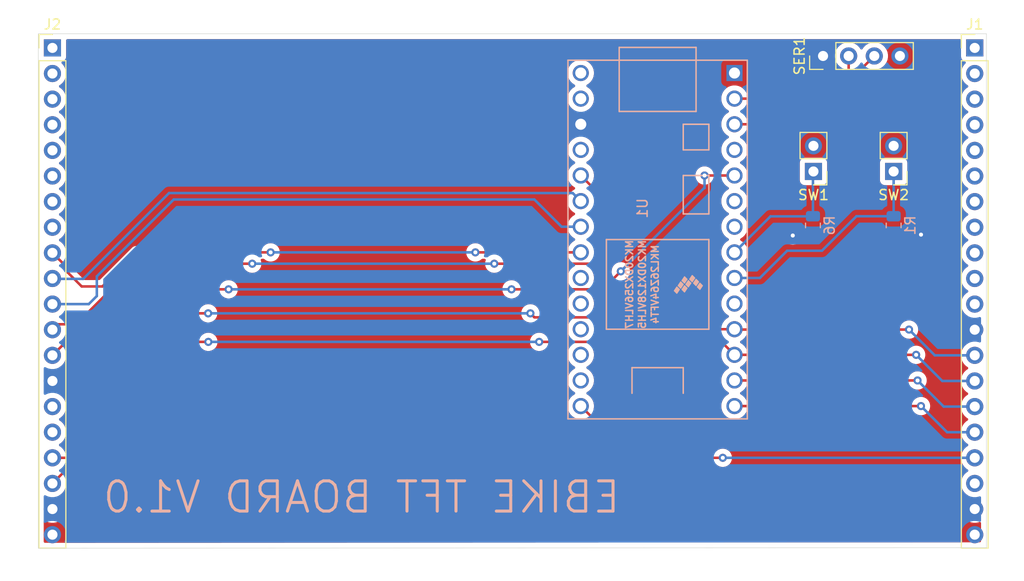
<source format=kicad_pcb>
(kicad_pcb (version 20171130) (host pcbnew "(5.1.9-0-10_14)")

  (general
    (thickness 1.6)
    (drawings 5)
    (tracks 133)
    (zones 0)
    (modules 8)
    (nets 51)
  )

  (page A4)
  (layers
    (0 F.Cu signal)
    (31 B.Cu signal)
    (32 B.Adhes user hide)
    (33 F.Adhes user hide)
    (34 B.Paste user hide)
    (35 F.Paste user hide)
    (36 B.SilkS user)
    (37 F.SilkS user hide)
    (38 B.Mask user hide)
    (39 F.Mask user hide)
    (40 Dwgs.User user hide)
    (41 Cmts.User user hide)
    (42 Eco1.User user hide)
    (43 Eco2.User user hide)
    (44 Edge.Cuts user)
    (45 Margin user hide)
    (46 B.CrtYd user hide)
    (47 F.CrtYd user hide)
    (48 B.Fab user hide)
    (49 F.Fab user hide)
  )

  (setup
    (last_trace_width 0.25)
    (user_trace_width 0.5)
    (user_trace_width 0.8)
    (user_trace_width 1)
    (trace_clearance 0.2)
    (zone_clearance 0.508)
    (zone_45_only no)
    (trace_min 0.2)
    (via_size 0.8)
    (via_drill 0.4)
    (via_min_size 0.4)
    (via_min_drill 0.3)
    (uvia_size 0.3)
    (uvia_drill 0.1)
    (uvias_allowed no)
    (uvia_min_size 0.2)
    (uvia_min_drill 0.1)
    (edge_width 0.05)
    (segment_width 0.2)
    (pcb_text_width 0.3)
    (pcb_text_size 1.5 1.5)
    (mod_edge_width 0.12)
    (mod_text_size 1 1)
    (mod_text_width 0.15)
    (pad_size 2 3.5)
    (pad_drill 1)
    (pad_to_mask_clearance 0.051)
    (solder_mask_min_width 0.25)
    (aux_axis_origin 0 0)
    (visible_elements FFFFEF7F)
    (pcbplotparams
      (layerselection 0x010fc_ffffffff)
      (usegerberextensions false)
      (usegerberattributes false)
      (usegerberadvancedattributes false)
      (creategerberjobfile false)
      (excludeedgelayer true)
      (linewidth 0.100000)
      (plotframeref false)
      (viasonmask false)
      (mode 1)
      (useauxorigin false)
      (hpglpennumber 1)
      (hpglpenspeed 20)
      (hpglpendiameter 15.000000)
      (psnegative false)
      (psa4output false)
      (plotreference true)
      (plotvalue true)
      (plotinvisibletext false)
      (padsonsilk false)
      (subtractmaskfromsilk false)
      (outputformat 1)
      (mirror false)
      (drillshape 0)
      (scaleselection 1)
      (outputdirectory "gerbers/"))
  )

  (net 0 "")
  (net 1 GND)
  (net 2 +3.3v)
  (net 3 SCK)
  (net 4 MOSI)
  (net 5 MISO)
  (net 6 "Net-(J1-Pad18)")
  (net 7 CS)
  (net 8 CD)
  (net 9 "Net-(J1-Pad11)")
  (net 10 "Net-(J1-Pad10)")
  (net 11 "Net-(J1-Pad9)")
  (net 12 "Net-(J1-Pad8)")
  (net 13 "Net-(J1-Pad7)")
  (net 14 "Net-(J1-Pad6)")
  (net 15 "Net-(J1-Pad5)")
  (net 16 "Net-(J1-Pad4)")
  (net 17 "Net-(J1-Pad3)")
  (net 18 "Net-(J1-Pad2)")
  (net 19 "Net-(J1-Pad1)")
  (net 20 WR)
  (net 21 RD)
  (net 22 BRIGHTNESS)
  (net 23 X+)
  (net 24 Y+)
  (net 25 X-)
  (net 26 Y-)
  (net 27 "Net-(J2-Pad8)")
  (net 28 "Net-(J2-Pad7)")
  (net 29 "Net-(J2-Pad6)")
  (net 30 "Net-(J2-Pad5)")
  (net 31 "Net-(J2-Pad4)")
  (net 32 "Net-(J2-Pad3)")
  (net 33 "Net-(J2-Pad2)")
  (net 34 "Net-(J2-Pad1)")
  (net 35 PB2_IN)
  (net 36 PB1_IN)
  (net 37 Rx-BESC)
  (net 38 Tx-BESC)
  (net 39 "Net-(U1-Pad4)")
  (net 40 "Net-(U1-Pad6)")
  (net 41 "Net-(U1-Pad7)")
  (net 42 "Net-(U1-Pad10)")
  (net 43 "Net-(U1-Pad33)")
  (net 44 "Net-(U1-Pad32)")
  (net 45 "Net-(U1-Pad30)")
  (net 46 "Net-(U1-Pad25)")
  (net 47 "Net-(U1-Pad24)")
  (net 48 "Net-(U1-Pad23)")
  (net 49 "Net-(U1-Pad22)")
  (net 50 "Net-(U1-Pad21)")

  (net_class Default "This is the default net class."
    (clearance 0.2)
    (trace_width 0.25)
    (via_dia 0.8)
    (via_drill 0.4)
    (uvia_dia 0.3)
    (uvia_drill 0.1)
    (add_net +3.3v)
    (add_net BRIGHTNESS)
    (add_net CD)
    (add_net CS)
    (add_net GND)
    (add_net MISO)
    (add_net MOSI)
    (add_net "Net-(J1-Pad1)")
    (add_net "Net-(J1-Pad10)")
    (add_net "Net-(J1-Pad11)")
    (add_net "Net-(J1-Pad18)")
    (add_net "Net-(J1-Pad2)")
    (add_net "Net-(J1-Pad3)")
    (add_net "Net-(J1-Pad4)")
    (add_net "Net-(J1-Pad5)")
    (add_net "Net-(J1-Pad6)")
    (add_net "Net-(J1-Pad7)")
    (add_net "Net-(J1-Pad8)")
    (add_net "Net-(J1-Pad9)")
    (add_net "Net-(J2-Pad1)")
    (add_net "Net-(J2-Pad2)")
    (add_net "Net-(J2-Pad3)")
    (add_net "Net-(J2-Pad4)")
    (add_net "Net-(J2-Pad5)")
    (add_net "Net-(J2-Pad6)")
    (add_net "Net-(J2-Pad7)")
    (add_net "Net-(J2-Pad8)")
    (add_net "Net-(U1-Pad10)")
    (add_net "Net-(U1-Pad21)")
    (add_net "Net-(U1-Pad22)")
    (add_net "Net-(U1-Pad23)")
    (add_net "Net-(U1-Pad24)")
    (add_net "Net-(U1-Pad25)")
    (add_net "Net-(U1-Pad30)")
    (add_net "Net-(U1-Pad32)")
    (add_net "Net-(U1-Pad33)")
    (add_net "Net-(U1-Pad4)")
    (add_net "Net-(U1-Pad6)")
    (add_net "Net-(U1-Pad7)")
    (add_net PB1_IN)
    (add_net PB2_IN)
    (add_net RD)
    (add_net Rx-BESC)
    (add_net SCK)
    (add_net Tx-BESC)
    (add_net WR)
    (add_net X+)
    (add_net X-)
    (add_net Y+)
    (add_net Y-)
  )

  (module Connector_PinHeader_2.54mm:PinHeader_1x20_P2.54mm_Vertical (layer F.Cu) (tedit 59FED5CC) (tstamp 5FFA5AB6)
    (at 25.4 25.4)
    (descr "Through hole straight pin header, 1x20, 2.54mm pitch, single row")
    (tags "Through hole pin header THT 1x20 2.54mm single row")
    (path /5FDF15C4)
    (fp_text reference J2 (at 0 -2.33) (layer F.SilkS)
      (effects (font (size 1 1) (thickness 0.15)))
    )
    (fp_text value Conn_01x20 (at 0 50.59) (layer F.Fab)
      (effects (font (size 1 1) (thickness 0.15)))
    )
    (fp_line (start 1.8 -1.8) (end -1.8 -1.8) (layer F.CrtYd) (width 0.05))
    (fp_line (start 1.8 50.05) (end 1.8 -1.8) (layer F.CrtYd) (width 0.05))
    (fp_line (start -1.8 50.05) (end 1.8 50.05) (layer F.CrtYd) (width 0.05))
    (fp_line (start -1.8 -1.8) (end -1.8 50.05) (layer F.CrtYd) (width 0.05))
    (fp_line (start -1.33 -1.33) (end 0 -1.33) (layer F.SilkS) (width 0.12))
    (fp_line (start -1.33 0) (end -1.33 -1.33) (layer F.SilkS) (width 0.12))
    (fp_line (start -1.33 1.27) (end 1.33 1.27) (layer F.SilkS) (width 0.12))
    (fp_line (start 1.33 1.27) (end 1.33 49.59) (layer F.SilkS) (width 0.12))
    (fp_line (start -1.33 1.27) (end -1.33 49.59) (layer F.SilkS) (width 0.12))
    (fp_line (start -1.33 49.59) (end 1.33 49.59) (layer F.SilkS) (width 0.12))
    (fp_line (start -1.27 -0.635) (end -0.635 -1.27) (layer F.Fab) (width 0.1))
    (fp_line (start -1.27 49.53) (end -1.27 -0.635) (layer F.Fab) (width 0.1))
    (fp_line (start 1.27 49.53) (end -1.27 49.53) (layer F.Fab) (width 0.1))
    (fp_line (start 1.27 -1.27) (end 1.27 49.53) (layer F.Fab) (width 0.1))
    (fp_line (start -0.635 -1.27) (end 1.27 -1.27) (layer F.Fab) (width 0.1))
    (fp_text user %R (at 0 24.13 90) (layer F.Fab)
      (effects (font (size 1 1) (thickness 0.15)))
    )
    (pad 20 thru_hole oval (at 0 48.26) (size 1.7 1.7) (drill 1) (layers *.Cu *.Mask)
      (net 1 GND))
    (pad 19 thru_hole oval (at 0 45.72) (size 1.7 1.7) (drill 1) (layers *.Cu *.Mask)
      (net 2 +3.3v))
    (pad 18 thru_hole oval (at 0 43.18) (size 1.7 1.7) (drill 1) (layers *.Cu *.Mask)
      (net 7 CS))
    (pad 17 thru_hole oval (at 0 40.64) (size 1.7 1.7) (drill 1) (layers *.Cu *.Mask)
      (net 8 CD))
    (pad 16 thru_hole oval (at 0 38.1) (size 1.7 1.7) (drill 1) (layers *.Cu *.Mask)
      (net 20 WR))
    (pad 15 thru_hole oval (at 0 35.56) (size 1.7 1.7) (drill 1) (layers *.Cu *.Mask)
      (net 21 RD))
    (pad 14 thru_hole oval (at 0 33.02) (size 1.7 1.7) (drill 1) (layers *.Cu *.Mask)
      (net 2 +3.3v))
    (pad 13 thru_hole oval (at 0 30.48) (size 1.7 1.7) (drill 1) (layers *.Cu *.Mask)
      (net 22 BRIGHTNESS))
    (pad 12 thru_hole oval (at 0 27.94) (size 1.7 1.7) (drill 1) (layers *.Cu *.Mask)
      (net 23 X+))
    (pad 11 thru_hole oval (at 0 25.4) (size 1.7 1.7) (drill 1) (layers *.Cu *.Mask)
      (net 24 Y+))
    (pad 10 thru_hole oval (at 0 22.86) (size 1.7 1.7) (drill 1) (layers *.Cu *.Mask)
      (net 25 X-))
    (pad 9 thru_hole oval (at 0 20.32) (size 1.7 1.7) (drill 1) (layers *.Cu *.Mask)
      (net 26 Y-))
    (pad 8 thru_hole oval (at 0 17.78) (size 1.7 1.7) (drill 1) (layers *.Cu *.Mask)
      (net 27 "Net-(J2-Pad8)"))
    (pad 7 thru_hole oval (at 0 15.24) (size 1.7 1.7) (drill 1) (layers *.Cu *.Mask)
      (net 28 "Net-(J2-Pad7)"))
    (pad 6 thru_hole oval (at 0 12.7) (size 1.7 1.7) (drill 1) (layers *.Cu *.Mask)
      (net 29 "Net-(J2-Pad6)"))
    (pad 5 thru_hole oval (at 0 10.16) (size 1.7 1.7) (drill 1) (layers *.Cu *.Mask)
      (net 30 "Net-(J2-Pad5)"))
    (pad 4 thru_hole oval (at 0 7.62) (size 1.7 1.7) (drill 1) (layers *.Cu *.Mask)
      (net 31 "Net-(J2-Pad4)"))
    (pad 3 thru_hole oval (at 0 5.08) (size 1.7 1.7) (drill 1) (layers *.Cu *.Mask)
      (net 32 "Net-(J2-Pad3)"))
    (pad 2 thru_hole oval (at 0 2.54) (size 1.7 1.7) (drill 1) (layers *.Cu *.Mask)
      (net 33 "Net-(J2-Pad2)"))
    (pad 1 thru_hole rect (at 0 0) (size 1.7 1.7) (drill 1) (layers *.Cu *.Mask)
      (net 34 "Net-(J2-Pad1)"))
    (model ${KISYS3DMOD}/Connector_PinHeader_2.54mm.3dshapes/PinHeader_1x20_P2.54mm_Vertical.wrl
      (at (xyz 0 0 0))
      (scale (xyz 1 1 1))
      (rotate (xyz 0 0 0))
    )
  )

  (module teensy:Teensy32 (layer B.Cu) (tedit 5E2CFE82) (tstamp 5FFA5F65)
    (at 85.4 44.4 270)
    (path /5E2C5940)
    (fp_text reference U1 (at -3.1 1.5 270) (layer B.SilkS)
      (effects (font (size 1 1) (thickness 0.15)) (justify mirror))
    )
    (fp_text value Teensy3.2 (at 0 -10.16 270) (layer B.Fab)
      (effects (font (size 1 1) (thickness 0.15)) (justify mirror))
    )
    (fp_line (start -17.78 -3.81) (end -19.05 -3.81) (layer B.SilkS) (width 0.15))
    (fp_line (start -19.05 -3.81) (end -19.05 3.81) (layer B.SilkS) (width 0.15))
    (fp_line (start -19.05 3.81) (end -17.78 3.81) (layer B.SilkS) (width 0.15))
    (fp_line (start -6.35 -5.08) (end -2.54 -5.08) (layer B.SilkS) (width 0.15))
    (fp_line (start -2.54 -5.08) (end -2.54 -2.54) (layer B.SilkS) (width 0.15))
    (fp_line (start -2.54 -2.54) (end -6.35 -2.54) (layer B.SilkS) (width 0.15))
    (fp_line (start -6.35 -2.54) (end -6.35 -5.08) (layer B.SilkS) (width 0.15))
    (fp_line (start -12.7 -3.81) (end -12.7 3.81) (layer B.SilkS) (width 0.15))
    (fp_line (start -12.7 3.81) (end -17.78 3.81) (layer B.SilkS) (width 0.15))
    (fp_line (start -12.7 -3.81) (end -17.78 -3.81) (layer B.SilkS) (width 0.15))
    (fp_line (start -11.43 -5.08) (end -8.89 -5.08) (layer B.SilkS) (width 0.15))
    (fp_line (start -8.89 -5.08) (end -8.89 -2.54) (layer B.SilkS) (width 0.15))
    (fp_line (start -8.89 -2.54) (end -11.43 -2.54) (layer B.SilkS) (width 0.15))
    (fp_line (start -11.43 -2.54) (end -11.43 -5.08) (layer B.SilkS) (width 0.15))
    (fp_line (start 15.24 -2.54) (end 12.7 -2.54) (layer B.SilkS) (width 0.15))
    (fp_line (start 12.7 -2.54) (end 12.7 2.54) (layer B.SilkS) (width 0.15))
    (fp_line (start 12.7 2.54) (end 15.24 2.54) (layer B.SilkS) (width 0.15))
    (fp_line (start 8.89 -5.08) (end 8.89 5.08) (layer B.SilkS) (width 0.15))
    (fp_line (start 0 5.08) (end 0 -5.08) (layer B.SilkS) (width 0.15))
    (fp_line (start 8.89 5.08) (end 0 5.08) (layer B.SilkS) (width 0.15))
    (fp_line (start 8.89 -5.08) (end 0 -5.08) (layer B.SilkS) (width 0.15))
    (fp_line (start -17.78 8.89) (end 17.78 8.89) (layer B.SilkS) (width 0.15))
    (fp_line (start 17.78 8.89) (end 17.78 -8.89) (layer B.SilkS) (width 0.15))
    (fp_line (start 17.78 -8.89) (end -17.78 -8.89) (layer B.SilkS) (width 0.15))
    (fp_line (start -17.78 -8.89) (end -17.78 8.89) (layer B.SilkS) (width 0.15))
    (fp_poly (pts (xy 3.937 -2.921) (xy 3.683 -2.667) (xy 4.064 -2.413) (xy 4.318 -2.667)) (layer B.SilkS) (width 0.1))
    (fp_poly (pts (xy 4.318 -3.302) (xy 4.064 -3.048) (xy 4.445 -2.794) (xy 4.699 -3.048)) (layer B.SilkS) (width 0.1))
    (fp_poly (pts (xy 4.953 -2.159) (xy 4.699 -1.905) (xy 5.08 -1.651) (xy 5.334 -1.905)) (layer B.SilkS) (width 0.1))
    (fp_poly (pts (xy 4.191 -4.064) (xy 3.937 -3.81) (xy 4.318 -3.556) (xy 4.572 -3.81)) (layer B.SilkS) (width 0.1))
    (fp_poly (pts (xy 4.445 -2.54) (xy 4.191 -2.286) (xy 4.572 -2.032) (xy 4.826 -2.286)) (layer B.SilkS) (width 0.1))
    (fp_poly (pts (xy 4.572 -4.445) (xy 4.318 -4.191) (xy 4.699 -3.937) (xy 4.953 -4.191)) (layer B.SilkS) (width 0.1))
    (fp_poly (pts (xy 3.81 -3.683) (xy 3.556 -3.429) (xy 3.937 -3.175) (xy 4.191 -3.429)) (layer B.SilkS) (width 0.1))
    (fp_poly (pts (xy 4.826 -2.921) (xy 4.572 -2.667) (xy 4.953 -2.413) (xy 5.207 -2.667)) (layer B.SilkS) (width 0.1))
    (fp_text user MK20DX128VLH5 (at 4.445 1.524 270) (layer B.SilkS)
      (effects (font (size 0.7 0.7) (thickness 0.15)) (justify mirror))
    )
    (fp_text user MKL26Z64VFT4 (at 4.445 0.254 270) (layer B.SilkS)
      (effects (font (size 0.7 0.7) (thickness 0.15)) (justify mirror))
    )
    (fp_text user MK20DX256VLH7 (at 4.445 2.794 270) (layer B.SilkS)
      (effects (font (size 0.7 0.7) (thickness 0.15)) (justify mirror))
    )
    (pad 1 thru_hole rect (at -16.51 -7.62 270) (size 1.6 1.6) (drill 1.1) (layers *.Cu *.Mask)
      (net 1 GND))
    (pad 2 thru_hole circle (at -13.97 -7.62 270) (size 1.6 1.6) (drill 1.1) (layers *.Cu *.Mask)
      (net 38 Tx-BESC))
    (pad 3 thru_hole circle (at -11.43 -7.62 270) (size 1.6 1.6) (drill 1.1) (layers *.Cu *.Mask)
      (net 37 Rx-BESC))
    (pad 4 thru_hole circle (at -8.89 -7.62 270) (size 1.6 1.6) (drill 1.1) (layers *.Cu *.Mask)
      (net 39 "Net-(U1-Pad4)"))
    (pad 5 thru_hole circle (at -6.35 -7.62 270) (size 1.6 1.6) (drill 1.1) (layers *.Cu *.Mask)
      (net 22 BRIGHTNESS))
    (pad 6 thru_hole circle (at -3.81 -7.62 270) (size 1.6 1.6) (drill 1.1) (layers *.Cu *.Mask)
      (net 40 "Net-(U1-Pad6)"))
    (pad 7 thru_hole circle (at -1.27 -7.62 270) (size 1.6 1.6) (drill 1.1) (layers *.Cu *.Mask)
      (net 41 "Net-(U1-Pad7)"))
    (pad 8 thru_hole circle (at 1.27 -7.62 270) (size 1.6 1.6) (drill 1.1) (layers *.Cu *.Mask)
      (net 36 PB1_IN))
    (pad 9 thru_hole circle (at 3.81 -7.62 270) (size 1.6 1.6) (drill 1.1) (layers *.Cu *.Mask)
      (net 35 PB2_IN))
    (pad 10 thru_hole circle (at 6.35 -7.62 270) (size 1.6 1.6) (drill 1.1) (layers *.Cu *.Mask)
      (net 42 "Net-(U1-Pad10)"))
    (pad 11 thru_hole circle (at 8.89 -7.62 270) (size 1.6 1.6) (drill 1.1) (layers *.Cu *.Mask)
      (net 8 CD))
    (pad 12 thru_hole circle (at 11.43 -7.62 270) (size 1.6 1.6) (drill 1.1) (layers *.Cu *.Mask)
      (net 7 CS))
    (pad 13 thru_hole circle (at 13.97 -7.62 270) (size 1.6 1.6) (drill 1.1) (layers *.Cu *.Mask)
      (net 4 MOSI))
    (pad 33 thru_hole circle (at -16.51 7.62 270) (size 1.6 1.6) (drill 1.1) (layers *.Cu *.Mask)
      (net 43 "Net-(U1-Pad33)"))
    (pad 32 thru_hole circle (at -13.97 7.62 270) (size 1.6 1.6) (drill 1.1) (layers *.Cu *.Mask)
      (net 44 "Net-(U1-Pad32)"))
    (pad 31 thru_hole circle (at -11.43 7.62 270) (size 1.6 1.6) (drill 1.1) (layers *.Cu *.Mask)
      (net 2 +3.3v))
    (pad 30 thru_hole circle (at -8.89 7.62 270) (size 1.6 1.6) (drill 1.1) (layers *.Cu *.Mask)
      (net 45 "Net-(U1-Pad30)"))
    (pad 29 thru_hole circle (at -6.35 7.62 270) (size 1.6 1.6) (drill 1.1) (layers *.Cu *.Mask)
      (net 23 X+))
    (pad 28 thru_hole circle (at -3.81 7.62 270) (size 1.6 1.6) (drill 1.1) (layers *.Cu *.Mask)
      (net 25 X-))
    (pad 27 thru_hole circle (at -1.27 7.62 270) (size 1.6 1.6) (drill 1.1) (layers *.Cu *.Mask)
      (net 24 Y+))
    (pad 26 thru_hole circle (at 1.27 7.62 270) (size 1.6 1.6) (drill 1.1) (layers *.Cu *.Mask)
      (net 26 Y-))
    (pad 25 thru_hole circle (at 3.81 7.62 270) (size 1.6 1.6) (drill 1.1) (layers *.Cu *.Mask)
      (net 46 "Net-(U1-Pad25)"))
    (pad 24 thru_hole circle (at 6.35 7.62 270) (size 1.6 1.6) (drill 1.1) (layers *.Cu *.Mask)
      (net 47 "Net-(U1-Pad24)"))
    (pad 23 thru_hole circle (at 8.89 7.62 270) (size 1.6 1.6) (drill 1.1) (layers *.Cu *.Mask)
      (net 48 "Net-(U1-Pad23)"))
    (pad 22 thru_hole circle (at 11.43 7.62 270) (size 1.6 1.6) (drill 1.1) (layers *.Cu *.Mask)
      (net 49 "Net-(U1-Pad22)"))
    (pad 21 thru_hole circle (at 13.97 7.62 270) (size 1.6 1.6) (drill 1.1) (layers *.Cu *.Mask)
      (net 50 "Net-(U1-Pad21)"))
    (pad 14 thru_hole circle (at 16.51 -7.62 270) (size 1.6 1.6) (drill 1.1) (layers *.Cu *.Mask)
      (net 5 MISO))
    (pad 20 thru_hole circle (at 16.51 7.62 270) (size 1.6 1.6) (drill 1.1) (layers *.Cu *.Mask)
      (net 3 SCK))
  )

  (module Connector_PinHeader_2.54mm:PinHeader_1x02_P2.54mm_Vertical (layer F.Cu) (tedit 59FED5CC) (tstamp 5FFA5B1C)
    (at 108.8 37.65 180)
    (descr "Through hole straight pin header, 1x02, 2.54mm pitch, single row")
    (tags "Through hole pin header THT 1x02 2.54mm single row")
    (path /5FE143D4)
    (fp_text reference SW2 (at 0 -2.33) (layer F.SilkS)
      (effects (font (size 1 1) (thickness 0.15)))
    )
    (fp_text value Conn_01x02 (at 0 4.87) (layer F.Fab)
      (effects (font (size 1 1) (thickness 0.15)))
    )
    (fp_line (start 1.8 -1.8) (end -1.8 -1.8) (layer F.CrtYd) (width 0.05))
    (fp_line (start 1.8 4.35) (end 1.8 -1.8) (layer F.CrtYd) (width 0.05))
    (fp_line (start -1.8 4.35) (end 1.8 4.35) (layer F.CrtYd) (width 0.05))
    (fp_line (start -1.8 -1.8) (end -1.8 4.35) (layer F.CrtYd) (width 0.05))
    (fp_line (start -1.33 -1.33) (end 0 -1.33) (layer F.SilkS) (width 0.12))
    (fp_line (start -1.33 0) (end -1.33 -1.33) (layer F.SilkS) (width 0.12))
    (fp_line (start -1.33 1.27) (end 1.33 1.27) (layer F.SilkS) (width 0.12))
    (fp_line (start 1.33 1.27) (end 1.33 3.87) (layer F.SilkS) (width 0.12))
    (fp_line (start -1.33 1.27) (end -1.33 3.87) (layer F.SilkS) (width 0.12))
    (fp_line (start -1.33 3.87) (end 1.33 3.87) (layer F.SilkS) (width 0.12))
    (fp_line (start -1.27 -0.635) (end -0.635 -1.27) (layer F.Fab) (width 0.1))
    (fp_line (start -1.27 3.81) (end -1.27 -0.635) (layer F.Fab) (width 0.1))
    (fp_line (start 1.27 3.81) (end -1.27 3.81) (layer F.Fab) (width 0.1))
    (fp_line (start 1.27 -1.27) (end 1.27 3.81) (layer F.Fab) (width 0.1))
    (fp_line (start -0.635 -1.27) (end 1.27 -1.27) (layer F.Fab) (width 0.1))
    (fp_text user %R (at 0 1.27 90) (layer F.Fab)
      (effects (font (size 1 1) (thickness 0.15)))
    )
    (pad 2 thru_hole oval (at 0 2.54 180) (size 1.7 1.7) (drill 1) (layers *.Cu *.Mask)
      (net 1 GND))
    (pad 1 thru_hole rect (at 0 0 180) (size 1.7 1.7) (drill 1) (layers *.Cu *.Mask)
      (net 35 PB2_IN))
    (model ${KISYS3DMOD}/Connector_PinHeader_2.54mm.3dshapes/PinHeader_1x02_P2.54mm_Vertical.wrl
      (at (xyz 0 0 0))
      (scale (xyz 1 1 1))
      (rotate (xyz 0 0 0))
    )
  )

  (module Connector_PinHeader_2.54mm:PinHeader_1x02_P2.54mm_Vertical (layer F.Cu) (tedit 59FED5CC) (tstamp 5FFA5B06)
    (at 100.85 37.65 180)
    (descr "Through hole straight pin header, 1x02, 2.54mm pitch, single row")
    (tags "Through hole pin header THT 1x02 2.54mm single row")
    (path /5FDE11EA)
    (fp_text reference SW1 (at 0 -2.33) (layer F.SilkS)
      (effects (font (size 1 1) (thickness 0.15)))
    )
    (fp_text value Conn_01x02 (at 0 4.87) (layer F.Fab)
      (effects (font (size 1 1) (thickness 0.15)))
    )
    (fp_line (start 1.8 -1.8) (end -1.8 -1.8) (layer F.CrtYd) (width 0.05))
    (fp_line (start 1.8 4.35) (end 1.8 -1.8) (layer F.CrtYd) (width 0.05))
    (fp_line (start -1.8 4.35) (end 1.8 4.35) (layer F.CrtYd) (width 0.05))
    (fp_line (start -1.8 -1.8) (end -1.8 4.35) (layer F.CrtYd) (width 0.05))
    (fp_line (start -1.33 -1.33) (end 0 -1.33) (layer F.SilkS) (width 0.12))
    (fp_line (start -1.33 0) (end -1.33 -1.33) (layer F.SilkS) (width 0.12))
    (fp_line (start -1.33 1.27) (end 1.33 1.27) (layer F.SilkS) (width 0.12))
    (fp_line (start 1.33 1.27) (end 1.33 3.87) (layer F.SilkS) (width 0.12))
    (fp_line (start -1.33 1.27) (end -1.33 3.87) (layer F.SilkS) (width 0.12))
    (fp_line (start -1.33 3.87) (end 1.33 3.87) (layer F.SilkS) (width 0.12))
    (fp_line (start -1.27 -0.635) (end -0.635 -1.27) (layer F.Fab) (width 0.1))
    (fp_line (start -1.27 3.81) (end -1.27 -0.635) (layer F.Fab) (width 0.1))
    (fp_line (start 1.27 3.81) (end -1.27 3.81) (layer F.Fab) (width 0.1))
    (fp_line (start 1.27 -1.27) (end 1.27 3.81) (layer F.Fab) (width 0.1))
    (fp_line (start -0.635 -1.27) (end 1.27 -1.27) (layer F.Fab) (width 0.1))
    (fp_text user %R (at 0 1.27 90) (layer F.Fab)
      (effects (font (size 1 1) (thickness 0.15)))
    )
    (pad 2 thru_hole oval (at 0 2.54 180) (size 1.7 1.7) (drill 1) (layers *.Cu *.Mask)
      (net 1 GND))
    (pad 1 thru_hole rect (at 0 0 180) (size 1.7 1.7) (drill 1) (layers *.Cu *.Mask)
      (net 36 PB1_IN))
    (model ${KISYS3DMOD}/Connector_PinHeader_2.54mm.3dshapes/PinHeader_1x02_P2.54mm_Vertical.wrl
      (at (xyz 0 0 0))
      (scale (xyz 1 1 1))
      (rotate (xyz 0 0 0))
    )
  )

  (module Connector_PinHeader_2.54mm:PinHeader_1x04_P2.54mm_Vertical (layer F.Cu) (tedit 59FED5CC) (tstamp 5FFA5AF0)
    (at 101.8 26.2 90)
    (descr "Through hole straight pin header, 1x04, 2.54mm pitch, single row")
    (tags "Through hole pin header THT 1x04 2.54mm single row")
    (path /5E6B7BFE)
    (fp_text reference SER1 (at 0 -2.33 90) (layer F.SilkS)
      (effects (font (size 1 1) (thickness 0.15)))
    )
    (fp_text value Conn_01x04 (at 0 9.95 90) (layer F.Fab)
      (effects (font (size 1 1) (thickness 0.15)))
    )
    (fp_line (start 1.8 -1.8) (end -1.8 -1.8) (layer F.CrtYd) (width 0.05))
    (fp_line (start 1.8 9.4) (end 1.8 -1.8) (layer F.CrtYd) (width 0.05))
    (fp_line (start -1.8 9.4) (end 1.8 9.4) (layer F.CrtYd) (width 0.05))
    (fp_line (start -1.8 -1.8) (end -1.8 9.4) (layer F.CrtYd) (width 0.05))
    (fp_line (start -1.33 -1.33) (end 0 -1.33) (layer F.SilkS) (width 0.12))
    (fp_line (start -1.33 0) (end -1.33 -1.33) (layer F.SilkS) (width 0.12))
    (fp_line (start -1.33 1.27) (end 1.33 1.27) (layer F.SilkS) (width 0.12))
    (fp_line (start 1.33 1.27) (end 1.33 8.95) (layer F.SilkS) (width 0.12))
    (fp_line (start -1.33 1.27) (end -1.33 8.95) (layer F.SilkS) (width 0.12))
    (fp_line (start -1.33 8.95) (end 1.33 8.95) (layer F.SilkS) (width 0.12))
    (fp_line (start -1.27 -0.635) (end -0.635 -1.27) (layer F.Fab) (width 0.1))
    (fp_line (start -1.27 8.89) (end -1.27 -0.635) (layer F.Fab) (width 0.1))
    (fp_line (start 1.27 8.89) (end -1.27 8.89) (layer F.Fab) (width 0.1))
    (fp_line (start 1.27 -1.27) (end 1.27 8.89) (layer F.Fab) (width 0.1))
    (fp_line (start -0.635 -1.27) (end 1.27 -1.27) (layer F.Fab) (width 0.1))
    (fp_text user %R (at 0 3.81) (layer F.Fab)
      (effects (font (size 1 1) (thickness 0.15)))
    )
    (pad 4 thru_hole oval (at 0 7.62 90) (size 1.7 1.7) (drill 1) (layers *.Cu *.Mask)
      (net 1 GND))
    (pad 3 thru_hole oval (at 0 5.08 90) (size 1.7 1.7) (drill 1) (layers *.Cu *.Mask)
      (net 37 Rx-BESC))
    (pad 2 thru_hole oval (at 0 2.54 90) (size 1.7 1.7) (drill 1) (layers *.Cu *.Mask)
      (net 38 Tx-BESC))
    (pad 1 thru_hole rect (at 0 0 90) (size 1.7 1.7) (drill 1) (layers *.Cu *.Mask)
      (net 2 +3.3v))
    (model ${KISYS3DMOD}/Connector_PinHeader_2.54mm.3dshapes/PinHeader_1x04_P2.54mm_Vertical.wrl
      (at (xyz 0 0 0))
      (scale (xyz 1 1 1))
      (rotate (xyz 0 0 0))
    )
  )

  (module Resistor_SMD:R_0805_2012Metric (layer B.Cu) (tedit 5F68FEEE) (tstamp 5FFA5AD8)
    (at 100.8 43 90)
    (descr "Resistor SMD 0805 (2012 Metric), square (rectangular) end terminal, IPC_7351 nominal, (Body size source: IPC-SM-782 page 72, https://www.pcb-3d.com/wordpress/wp-content/uploads/ipc-sm-782a_amendment_1_and_2.pdf), generated with kicad-footprint-generator")
    (tags resistor)
    (path /5E6163C4)
    (attr smd)
    (fp_text reference R6 (at 0 1.65 90) (layer B.SilkS)
      (effects (font (size 1 1) (thickness 0.15)) (justify mirror))
    )
    (fp_text value 10k (at 0 -1.65 90) (layer B.Fab)
      (effects (font (size 1 1) (thickness 0.15)) (justify mirror))
    )
    (fp_line (start 1.68 -0.95) (end -1.68 -0.95) (layer B.CrtYd) (width 0.05))
    (fp_line (start 1.68 0.95) (end 1.68 -0.95) (layer B.CrtYd) (width 0.05))
    (fp_line (start -1.68 0.95) (end 1.68 0.95) (layer B.CrtYd) (width 0.05))
    (fp_line (start -1.68 -0.95) (end -1.68 0.95) (layer B.CrtYd) (width 0.05))
    (fp_line (start -0.227064 -0.735) (end 0.227064 -0.735) (layer B.SilkS) (width 0.12))
    (fp_line (start -0.227064 0.735) (end 0.227064 0.735) (layer B.SilkS) (width 0.12))
    (fp_line (start 1 -0.625) (end -1 -0.625) (layer B.Fab) (width 0.1))
    (fp_line (start 1 0.625) (end 1 -0.625) (layer B.Fab) (width 0.1))
    (fp_line (start -1 0.625) (end 1 0.625) (layer B.Fab) (width 0.1))
    (fp_line (start -1 -0.625) (end -1 0.625) (layer B.Fab) (width 0.1))
    (fp_text user %R (at 0 0 90) (layer B.Fab)
      (effects (font (size 0.5 0.5) (thickness 0.08)) (justify mirror))
    )
    (pad 2 smd roundrect (at 0.9125 0 90) (size 1.025 1.4) (layers B.Cu B.Paste B.Mask) (roundrect_rratio 0.2439014634146341)
      (net 36 PB1_IN))
    (pad 1 smd roundrect (at -0.9125 0 90) (size 1.025 1.4) (layers B.Cu B.Paste B.Mask) (roundrect_rratio 0.2439014634146341)
      (net 2 +3.3v))
    (model ${KISYS3DMOD}/Resistor_SMD.3dshapes/R_0805_2012Metric.wrl
      (at (xyz 0 0 0))
      (scale (xyz 1 1 1))
      (rotate (xyz 0 0 0))
    )
  )

  (module Resistor_SMD:R_0805_2012Metric (layer B.Cu) (tedit 5F68FEEE) (tstamp 5FFA5AC7)
    (at 108.8 43 90)
    (descr "Resistor SMD 0805 (2012 Metric), square (rectangular) end terminal, IPC_7351 nominal, (Body size source: IPC-SM-782 page 72, https://www.pcb-3d.com/wordpress/wp-content/uploads/ipc-sm-782a_amendment_1_and_2.pdf), generated with kicad-footprint-generator")
    (tags resistor)
    (path /5FE143C8)
    (attr smd)
    (fp_text reference R1 (at 0 1.65 90) (layer B.SilkS)
      (effects (font (size 1 1) (thickness 0.15)) (justify mirror))
    )
    (fp_text value 10k (at 0 -1.65 90) (layer B.Fab)
      (effects (font (size 1 1) (thickness 0.15)) (justify mirror))
    )
    (fp_line (start 1.68 -0.95) (end -1.68 -0.95) (layer B.CrtYd) (width 0.05))
    (fp_line (start 1.68 0.95) (end 1.68 -0.95) (layer B.CrtYd) (width 0.05))
    (fp_line (start -1.68 0.95) (end 1.68 0.95) (layer B.CrtYd) (width 0.05))
    (fp_line (start -1.68 -0.95) (end -1.68 0.95) (layer B.CrtYd) (width 0.05))
    (fp_line (start -0.227064 -0.735) (end 0.227064 -0.735) (layer B.SilkS) (width 0.12))
    (fp_line (start -0.227064 0.735) (end 0.227064 0.735) (layer B.SilkS) (width 0.12))
    (fp_line (start 1 -0.625) (end -1 -0.625) (layer B.Fab) (width 0.1))
    (fp_line (start 1 0.625) (end 1 -0.625) (layer B.Fab) (width 0.1))
    (fp_line (start -1 0.625) (end 1 0.625) (layer B.Fab) (width 0.1))
    (fp_line (start -1 -0.625) (end -1 0.625) (layer B.Fab) (width 0.1))
    (fp_text user %R (at 0 0 90) (layer B.Fab)
      (effects (font (size 0.5 0.5) (thickness 0.08)) (justify mirror))
    )
    (pad 2 smd roundrect (at 0.9125 0 90) (size 1.025 1.4) (layers B.Cu B.Paste B.Mask) (roundrect_rratio 0.2439014634146341)
      (net 35 PB2_IN))
    (pad 1 smd roundrect (at -0.9125 0 90) (size 1.025 1.4) (layers B.Cu B.Paste B.Mask) (roundrect_rratio 0.2439014634146341)
      (net 2 +3.3v))
    (model ${KISYS3DMOD}/Resistor_SMD.3dshapes/R_0805_2012Metric.wrl
      (at (xyz 0 0 0))
      (scale (xyz 1 1 1))
      (rotate (xyz 0 0 0))
    )
  )

  (module Connector_PinHeader_2.54mm:PinHeader_1x20_P2.54mm_Vertical (layer F.Cu) (tedit 59FED5CC) (tstamp 5FFA5A8E)
    (at 116.84 25.4)
    (descr "Through hole straight pin header, 1x20, 2.54mm pitch, single row")
    (tags "Through hole pin header THT 1x20 2.54mm single row")
    (path /5FDEC7E4)
    (fp_text reference J1 (at 0 -2.33) (layer F.SilkS)
      (effects (font (size 1 1) (thickness 0.15)))
    )
    (fp_text value Conn_01x20 (at 0 50.59) (layer F.Fab)
      (effects (font (size 1 1) (thickness 0.15)))
    )
    (fp_line (start 1.8 -1.8) (end -1.8 -1.8) (layer F.CrtYd) (width 0.05))
    (fp_line (start 1.8 50.05) (end 1.8 -1.8) (layer F.CrtYd) (width 0.05))
    (fp_line (start -1.8 50.05) (end 1.8 50.05) (layer F.CrtYd) (width 0.05))
    (fp_line (start -1.8 -1.8) (end -1.8 50.05) (layer F.CrtYd) (width 0.05))
    (fp_line (start -1.33 -1.33) (end 0 -1.33) (layer F.SilkS) (width 0.12))
    (fp_line (start -1.33 0) (end -1.33 -1.33) (layer F.SilkS) (width 0.12))
    (fp_line (start -1.33 1.27) (end 1.33 1.27) (layer F.SilkS) (width 0.12))
    (fp_line (start 1.33 1.27) (end 1.33 49.59) (layer F.SilkS) (width 0.12))
    (fp_line (start -1.33 1.27) (end -1.33 49.59) (layer F.SilkS) (width 0.12))
    (fp_line (start -1.33 49.59) (end 1.33 49.59) (layer F.SilkS) (width 0.12))
    (fp_line (start -1.27 -0.635) (end -0.635 -1.27) (layer F.Fab) (width 0.1))
    (fp_line (start -1.27 49.53) (end -1.27 -0.635) (layer F.Fab) (width 0.1))
    (fp_line (start 1.27 49.53) (end -1.27 49.53) (layer F.Fab) (width 0.1))
    (fp_line (start 1.27 -1.27) (end 1.27 49.53) (layer F.Fab) (width 0.1))
    (fp_line (start -0.635 -1.27) (end 1.27 -1.27) (layer F.Fab) (width 0.1))
    (fp_text user %R (at 0 24.13 90) (layer F.Fab)
      (effects (font (size 1 1) (thickness 0.15)))
    )
    (pad 20 thru_hole oval (at 0 48.26) (size 1.7 1.7) (drill 1) (layers *.Cu *.Mask)
      (net 1 GND))
    (pad 19 thru_hole oval (at 0 45.72) (size 1.7 1.7) (drill 1) (layers *.Cu *.Mask)
      (net 2 +3.3v))
    (pad 18 thru_hole oval (at 0 43.18) (size 1.7 1.7) (drill 1) (layers *.Cu *.Mask)
      (net 6 "Net-(J1-Pad18)"))
    (pad 17 thru_hole oval (at 0 40.64) (size 1.7 1.7) (drill 1) (layers *.Cu *.Mask)
      (net 3 SCK))
    (pad 16 thru_hole oval (at 0 38.1) (size 1.7 1.7) (drill 1) (layers *.Cu *.Mask)
      (net 5 MISO))
    (pad 15 thru_hole oval (at 0 35.56) (size 1.7 1.7) (drill 1) (layers *.Cu *.Mask)
      (net 4 MOSI))
    (pad 14 thru_hole oval (at 0 33.02) (size 1.7 1.7) (drill 1) (layers *.Cu *.Mask)
      (net 7 CS))
    (pad 13 thru_hole oval (at 0 30.48) (size 1.7 1.7) (drill 1) (layers *.Cu *.Mask)
      (net 8 CD))
    (pad 12 thru_hole oval (at 0 27.94) (size 1.7 1.7) (drill 1) (layers *.Cu *.Mask)
      (net 2 +3.3v))
    (pad 11 thru_hole oval (at 0 25.4) (size 1.7 1.7) (drill 1) (layers *.Cu *.Mask)
      (net 9 "Net-(J1-Pad11)"))
    (pad 10 thru_hole oval (at 0 22.86) (size 1.7 1.7) (drill 1) (layers *.Cu *.Mask)
      (net 10 "Net-(J1-Pad10)"))
    (pad 9 thru_hole oval (at 0 20.32) (size 1.7 1.7) (drill 1) (layers *.Cu *.Mask)
      (net 11 "Net-(J1-Pad9)"))
    (pad 8 thru_hole oval (at 0 17.78) (size 1.7 1.7) (drill 1) (layers *.Cu *.Mask)
      (net 12 "Net-(J1-Pad8)"))
    (pad 7 thru_hole oval (at 0 15.24) (size 1.7 1.7) (drill 1) (layers *.Cu *.Mask)
      (net 13 "Net-(J1-Pad7)"))
    (pad 6 thru_hole oval (at 0 12.7) (size 1.7 1.7) (drill 1) (layers *.Cu *.Mask)
      (net 14 "Net-(J1-Pad6)"))
    (pad 5 thru_hole oval (at 0 10.16) (size 1.7 1.7) (drill 1) (layers *.Cu *.Mask)
      (net 15 "Net-(J1-Pad5)"))
    (pad 4 thru_hole oval (at 0 7.62) (size 1.7 1.7) (drill 1) (layers *.Cu *.Mask)
      (net 16 "Net-(J1-Pad4)"))
    (pad 3 thru_hole oval (at 0 5.08) (size 1.7 1.7) (drill 1) (layers *.Cu *.Mask)
      (net 17 "Net-(J1-Pad3)"))
    (pad 2 thru_hole oval (at 0 2.54) (size 1.7 1.7) (drill 1) (layers *.Cu *.Mask)
      (net 18 "Net-(J1-Pad2)"))
    (pad 1 thru_hole rect (at 0 0) (size 1.7 1.7) (drill 1) (layers *.Cu *.Mask)
      (net 19 "Net-(J1-Pad1)"))
    (model ${KISYS3DMOD}/Connector_PinHeader_2.54mm.3dshapes/PinHeader_1x20_P2.54mm_Vertical.wrl
      (at (xyz 0 0 0))
      (scale (xyz 1 1 1))
      (rotate (xyz 0 0 0))
    )
  )

  (gr_text "EBIKE TFT BOARD V1.0" (at 56.05 69.95) (layer B.SilkS)
    (effects (font (size 3 3) (thickness 0.3)) (justify mirror))
  )
  (gr_line (start 118 24) (end 24 24) (layer Edge.Cuts) (width 0.05) (tstamp 5FFA6F95))
  (gr_line (start 118 74.95) (end 118 24) (layer Edge.Cuts) (width 0.05))
  (gr_line (start 24 75) (end 118 74.95) (layer Edge.Cuts) (width 0.05))
  (gr_line (start 24 24) (end 24 75) (layer Edge.Cuts) (width 0.05))

  (via (at 98.8 44) (size 0.8) (drill 0.4) (layers F.Cu B.Cu) (net 2))
  (segment (start 98.8875 43.9125) (end 98.8 44) (width 0.25) (layer B.Cu) (net 2))
  (segment (start 100.8 43.9125) (end 98.8875 43.9125) (width 0.25) (layer B.Cu) (net 2))
  (segment (start 108.8 43.9125) (end 111.5125 43.9125) (width 0.25) (layer B.Cu) (net 2))
  (via (at 111.5125 43.9125) (size 0.8) (drill 0.4) (layers F.Cu B.Cu) (net 2))
  (segment (start 116.84 66.04) (end 91.86 66.04) (width 0.25) (layer B.Cu) (net 3))
  (segment (start 91.86 66.04) (end 91.84 66.04) (width 0.25) (layer B.Cu) (net 3) (tstamp 5FFA74DE))
  (via (at 91.86 66.04) (size 0.8) (drill 0.4) (layers F.Cu B.Cu) (net 3))
  (segment (start 82.91 66.04) (end 77.78 60.91) (width 0.25) (layer F.Cu) (net 3))
  (segment (start 91.86 66.04) (end 82.91 66.04) (width 0.25) (layer F.Cu) (net 3))
  (segment (start 116.84 60.96) (end 113.76 60.96) (width 0.25) (layer B.Cu) (net 4))
  (segment (start 111.17 58.37) (end 111.17 58.37) (width 0.25) (layer B.Cu) (net 4))
  (segment (start 113.76 60.96) (end 112 59.2) (width 0.25) (layer B.Cu) (net 4))
  (segment (start 111.17 58.37) (end 112 59.2) (width 0.25) (layer B.Cu) (net 4) (tstamp 5FFA74DA))
  (via (at 111.17 58.37) (size 0.8) (drill 0.4) (layers F.Cu B.Cu) (net 4))
  (segment (start 111.17 58.37) (end 93.02 58.37) (width 0.25) (layer F.Cu) (net 4))
  (segment (start 116.84 63.5) (end 114.1 63.5) (width 0.25) (layer B.Cu) (net 5))
  (segment (start 111.51 60.91) (end 111.51 60.91) (width 0.25) (layer B.Cu) (net 5))
  (segment (start 114.1 63.5) (end 112.325 61.725) (width 0.25) (layer B.Cu) (net 5))
  (segment (start 111.51 60.91) (end 112.325 61.725) (width 0.25) (layer B.Cu) (net 5) (tstamp 5FFA74DC))
  (via (at 111.51 60.91) (size 0.8) (drill 0.4) (layers F.Cu B.Cu) (net 5))
  (segment (start 111.51 60.91) (end 93.02 60.91) (width 0.25) (layer F.Cu) (net 5))
  (segment (start 92.9 55.8) (end 92.77 55.67) (width 0.25) (layer B.Cu) (net 7))
  (segment (start 36.055001 54.544999) (end 29.25001 61.34999) (width 0.25) (layer F.Cu) (net 7))
  (segment (start 29.250009 65.186401) (end 27.4 67.03641) (width 0.25) (layer F.Cu) (net 7))
  (segment (start 27.4 67.03641) (end 26.94359 67.03641) (width 0.25) (layer F.Cu) (net 7))
  (segment (start 29.25001 61.34999) (end 29.250009 65.186401) (width 0.25) (layer F.Cu) (net 7))
  (segment (start 26.94359 67.03641) (end 25.4 68.58) (width 0.25) (layer F.Cu) (net 7))
  (segment (start 116.84 58.42) (end 113.62 58.42) (width 0.25) (layer B.Cu) (net 7))
  (segment (start 111.03 55.83) (end 111.03 55.83) (width 0.25) (layer B.Cu) (net 7))
  (segment (start 113.62 58.42) (end 112.275 57.075) (width 0.25) (layer B.Cu) (net 7))
  (segment (start 91.734999 54.544999) (end 91.305001 54.544999) (width 0.25) (layer F.Cu) (net 7))
  (segment (start 93.02 55.83) (end 91.734999 54.544999) (width 0.25) (layer F.Cu) (net 7))
  (segment (start 91.305001 54.544999) (end 73.655001 54.544999) (width 0.25) (layer F.Cu) (net 7))
  (segment (start 91.355001 54.544999) (end 91.305001 54.544999) (width 0.25) (layer F.Cu) (net 7))
  (segment (start 111.03 55.83) (end 112.275 57.075) (width 0.25) (layer B.Cu) (net 7) (tstamp 5FFA74D8))
  (via (at 111.03 55.83) (size 0.8) (drill 0.4) (layers F.Cu B.Cu) (net 7))
  (segment (start 111.03 55.83) (end 93.02 55.83) (width 0.25) (layer F.Cu) (net 7))
  (segment (start 40.855001 54.544999) (end 36.055001 54.544999) (width 0.25) (layer F.Cu) (net 7) (tstamp 5FFA76C5))
  (via (at 40.855001 54.544999) (size 0.8) (drill 0.4) (layers F.Cu B.Cu) (net 7))
  (via (at 73.655001 54.544999) (size 0.8) (drill 0.4) (layers F.Cu B.Cu) (net 7))
  (segment (start 40.855001 54.544999) (end 73.655001 54.544999) (width 0.25) (layer B.Cu) (net 7))
  (segment (start 92.84 53.2) (end 92.77 53.13) (width 0.25) (layer B.Cu) (net 8))
  (segment (start 37.684999 51.715001) (end 28.8 60.6) (width 0.25) (layer F.Cu) (net 8))
  (segment (start 28.8 60.6) (end 28.8 65) (width 0.25) (layer F.Cu) (net 8))
  (segment (start 27.76 66.04) (end 25.4 66.04) (width 0.25) (layer F.Cu) (net 8))
  (segment (start 28.8 65) (end 27.76 66.04) (width 0.25) (layer F.Cu) (net 8))
  (segment (start 116.84 55.88) (end 112.88 55.88) (width 0.25) (layer B.Cu) (net 8))
  (segment (start 110.29 53.29) (end 110.325 53.325) (width 0.25) (layer B.Cu) (net 8))
  (segment (start 112.88 55.88) (end 112.1 55.1) (width 0.25) (layer B.Cu) (net 8))
  (segment (start 110.325 53.325) (end 112.1 55.1) (width 0.25) (layer B.Cu) (net 8) (tstamp 5FFA74D6))
  (via (at 110.325 53.325) (size 0.8) (drill 0.4) (layers F.Cu B.Cu) (net 8))
  (segment (start 93.055 53.325) (end 93.02 53.29) (width 0.25) (layer F.Cu) (net 8))
  (segment (start 110.325 53.325) (end 93.055 53.325) (width 0.25) (layer F.Cu) (net 8))
  (segment (start 40.834999 51.715001) (end 37.684999 51.715001) (width 0.25) (layer F.Cu) (net 8) (tstamp 5FFA76C3))
  (via (at 40.834999 51.715001) (size 0.8) (drill 0.4) (layers F.Cu B.Cu) (net 8))
  (via (at 72.784999 51.715001) (size 0.8) (drill 0.4) (layers F.Cu B.Cu) (net 8))
  (segment (start 40.834999 51.715001) (end 72.784999 51.715001) (width 0.25) (layer B.Cu) (net 8))
  (segment (start 72.784999 51.715001) (end 73.184998 52.115) (width 0.25) (layer F.Cu) (net 8))
  (segment (start 93.02 53.29) (end 91.49 53.29) (width 0.25) (layer F.Cu) (net 8))
  (segment (start 91.49 53.29) (end 90.315 52.115) (width 0.25) (layer F.Cu) (net 8))
  (segment (start 73.184998 52.115) (end 90.315 52.115) (width 0.25) (layer F.Cu) (net 8))
  (segment (start 80.014999 49.335001) (end 70.914999 49.335001) (width 0.25) (layer F.Cu) (net 22))
  (segment (start 93.02 38.05) (end 90.05 38.05) (width 0.25) (layer F.Cu) (net 22))
  (via (at 42.864999 49.335001) (size 0.8) (drill 0.4) (layers F.Cu B.Cu) (net 22))
  (via (at 70.914999 49.335001) (size 0.8) (drill 0.4) (layers F.Cu B.Cu) (net 22))
  (segment (start 70.914999 49.335001) (end 42.864999 49.335001) (width 0.25) (layer B.Cu) (net 22))
  (segment (start 80.075 49.275) (end 80.014999 49.335001) (width 0.25) (layer F.Cu) (net 22) (tstamp 5FFA77B8))
  (via (at 81.75 47.55) (size 0.8) (drill 0.4) (layers F.Cu B.Cu) (net 22))
  (via (at 90.05 38.05) (size 0.8) (drill 0.4) (layers F.Cu B.Cu) (net 22))
  (segment (start 90.05 38.05) (end 90.05 39.3) (width 0.25) (layer B.Cu) (net 22))
  (segment (start 90 39.3) (end 81.75 47.55) (width 0.25) (layer B.Cu) (net 22))
  (segment (start 90.05 39.3) (end 90 39.3) (width 0.25) (layer B.Cu) (net 22))
  (segment (start 80.075 49.225) (end 81.75 47.55) (width 0.25) (layer F.Cu) (net 22))
  (segment (start 80.075 49.275) (end 80.075 49.225) (width 0.25) (layer F.Cu) (net 22))
  (segment (start 32.814999 49.335001) (end 42.864999 49.335001) (width 0.25) (layer F.Cu) (net 22))
  (segment (start 26.355 54.925) (end 27.225 54.925) (width 0.25) (layer F.Cu) (net 22))
  (segment (start 25.4 55.88) (end 26.355 54.925) (width 0.25) (layer F.Cu) (net 22))
  (segment (start 27.225 54.925) (end 32.814999 49.335001) (width 0.25) (layer F.Cu) (net 22))
  (segment (start 77.78 38.05) (end 80.55 40.82) (width 0.25) (layer F.Cu) (net 23))
  (segment (start 80.55 40.82) (end 80.55 45.5) (width 0.25) (layer F.Cu) (net 23))
  (segment (start 80.55 45.5) (end 79.254999 46.795001) (width 0.25) (layer F.Cu) (net 23))
  (segment (start 79.254999 46.795001) (end 69.204999 46.795001) (width 0.25) (layer F.Cu) (net 23))
  (via (at 45.204999 46.795001) (size 0.8) (drill 0.4) (layers F.Cu B.Cu) (net 23))
  (via (at 69.204999 46.795001) (size 0.8) (drill 0.4) (layers F.Cu B.Cu) (net 23))
  (segment (start 45.204999 46.795001) (end 69.204999 46.795001) (width 0.25) (layer B.Cu) (net 23))
  (segment (start 33.754999 46.795001) (end 45.204999 46.795001) (width 0.25) (layer F.Cu) (net 23))
  (segment (start 27.75 52.8) (end 33.754999 46.795001) (width 0.25) (layer F.Cu) (net 23))
  (segment (start 25.94 52.8) (end 27.75 52.8) (width 0.25) (layer F.Cu) (net 23))
  (segment (start 25.4 53.34) (end 25.94 52.8) (width 0.25) (layer F.Cu) (net 23))
  (segment (start 29 50.8) (end 25.4 50.8) (width 0.25) (layer B.Cu) (net 24))
  (segment (start 29.8 50) (end 29 50.8) (width 0.25) (layer B.Cu) (net 24))
  (segment (start 37.42 40.43) (end 29.8 48.05) (width 0.25) (layer B.Cu) (net 24))
  (segment (start 75.88 43.13) (end 73.18 40.43) (width 0.25) (layer B.Cu) (net 24))
  (segment (start 29.8 48.05) (end 29.8 50) (width 0.25) (layer B.Cu) (net 24))
  (segment (start 73.18 40.43) (end 37.42 40.43) (width 0.25) (layer B.Cu) (net 24))
  (segment (start 77.78 43.13) (end 75.88 43.13) (width 0.25) (layer B.Cu) (net 24))
  (segment (start 25.44 48.3) (end 25.4 48.26) (width 0.25) (layer B.Cu) (net 25))
  (segment (start 28.45 48.3) (end 25.44 48.3) (width 0.25) (layer B.Cu) (net 25))
  (segment (start 76.980001 39.790001) (end 36.959999 39.790001) (width 0.25) (layer B.Cu) (net 25))
  (segment (start 77.78 40.59) (end 76.980001 39.790001) (width 0.25) (layer B.Cu) (net 25))
  (segment (start 36.959999 39.790001) (end 35.875 40.875) (width 0.25) (layer B.Cu) (net 25))
  (segment (start 35.875 40.875) (end 28.45 48.3) (width 0.25) (layer B.Cu) (net 25))
  (segment (start 77.78 45.67) (end 67.33 45.67) (width 0.25) (layer F.Cu) (net 26))
  (via (at 47.03 45.67) (size 0.8) (drill 0.4) (layers F.Cu B.Cu) (net 26))
  (via (at 67.33 45.67) (size 0.8) (drill 0.4) (layers F.Cu B.Cu) (net 26))
  (segment (start 67.33 45.67) (end 47.03 45.67) (width 0.25) (layer B.Cu) (net 26))
  (segment (start 47.03 45.67) (end 33.73 45.67) (width 0.25) (layer F.Cu) (net 26))
  (segment (start 33.73 45.67) (end 30.35 49.05) (width 0.25) (layer F.Cu) (net 26))
  (segment (start 30.35 49.05) (end 28.3 49.05) (width 0.25) (layer F.Cu) (net 26))
  (segment (start 28.3 49.05) (end 26.85 47.6) (width 0.25) (layer F.Cu) (net 26))
  (segment (start 26.85 47.17) (end 25.4 45.72) (width 0.25) (layer F.Cu) (net 26))
  (segment (start 26.85 47.6) (end 26.85 47.17) (width 0.25) (layer F.Cu) (net 26))
  (segment (start 108.8 42.0875) (end 105.1125 42.0875) (width 0.25) (layer B.Cu) (net 35))
  (segment (start 105.1125 42.0875) (end 101.69 45.51) (width 0.25) (layer B.Cu) (net 35))
  (segment (start 108.8 42.0875) (end 108.8 37.65) (width 0.25) (layer B.Cu) (net 35))
  (segment (start 101.69 45.51) (end 98.24 45.51) (width 0.25) (layer B.Cu) (net 35))
  (segment (start 95.54 48.21) (end 93.02 48.21) (width 0.25) (layer B.Cu) (net 35))
  (segment (start 98.24 45.51) (end 95.54 48.21) (width 0.25) (layer B.Cu) (net 35))
  (segment (start 100.8 37.7) (end 100.85 37.65) (width 0.25) (layer B.Cu) (net 36))
  (segment (start 100.8 42.0875) (end 100.8 37.7) (width 0.25) (layer B.Cu) (net 36))
  (segment (start 93.02 45.67) (end 96.59 42.1) (width 0.25) (layer B.Cu) (net 36))
  (segment (start 100.7875 42.1) (end 100.8 42.0875) (width 0.25) (layer B.Cu) (net 36))
  (segment (start 96.59 42.1) (end 100.7875 42.1) (width 0.25) (layer B.Cu) (net 36))
  (segment (start 102.81 30.27) (end 106.88 26.2) (width 0.25) (layer F.Cu) (net 37))
  (segment (start 93.02 32.97) (end 94.88 32.97) (width 0.25) (layer F.Cu) (net 37))
  (segment (start 97.58 30.27) (end 102.81 30.27) (width 0.25) (layer F.Cu) (net 37))
  (segment (start 94.88 32.97) (end 97.58 30.27) (width 0.25) (layer F.Cu) (net 37))
  (segment (start 104.34 27.66) (end 102.6 29.4) (width 0.25) (layer F.Cu) (net 38))
  (segment (start 104.34 26.2) (end 104.34 27.66) (width 0.25) (layer F.Cu) (net 38))
  (segment (start 102.6 29.4) (end 97 29.4) (width 0.25) (layer F.Cu) (net 38))
  (segment (start 95.97 30.43) (end 93.02 30.43) (width 0.25) (layer F.Cu) (net 38))
  (segment (start 97 29.4) (end 95.97 30.43) (width 0.25) (layer F.Cu) (net 38))

  (zone (net 2) (net_name +3.3v) (layer B.Cu) (tstamp 5FFBACE8) (hatch edge 0.508)
    (connect_pads yes (clearance 0.508))
    (min_thickness 0.254)
    (fill yes (arc_segments 32) (thermal_gap 0.508) (thermal_bridge_width 0.508))
    (polygon
      (pts
        (xy 121 78.05) (xy 20.2 78.05) (xy 20.2 20.65) (xy 121 20.65)
      )
    )
    (filled_polygon
      (pts
        (xy 115.351928 26.25) (xy 115.364188 26.374482) (xy 115.400498 26.49418) (xy 115.459463 26.604494) (xy 115.538815 26.701185)
        (xy 115.635506 26.780537) (xy 115.74582 26.839502) (xy 115.81838 26.861513) (xy 115.686525 26.993368) (xy 115.52401 27.236589)
        (xy 115.412068 27.506842) (xy 115.355 27.79374) (xy 115.355 28.08626) (xy 115.412068 28.373158) (xy 115.52401 28.643411)
        (xy 115.686525 28.886632) (xy 115.893368 29.093475) (xy 116.06776 29.21) (xy 115.893368 29.326525) (xy 115.686525 29.533368)
        (xy 115.52401 29.776589) (xy 115.412068 30.046842) (xy 115.355 30.33374) (xy 115.355 30.62626) (xy 115.412068 30.913158)
        (xy 115.52401 31.183411) (xy 115.686525 31.426632) (xy 115.893368 31.633475) (xy 116.06776 31.75) (xy 115.893368 31.866525)
        (xy 115.686525 32.073368) (xy 115.52401 32.316589) (xy 115.412068 32.586842) (xy 115.355 32.87374) (xy 115.355 33.16626)
        (xy 115.412068 33.453158) (xy 115.52401 33.723411) (xy 115.686525 33.966632) (xy 115.893368 34.173475) (xy 116.06776 34.29)
        (xy 115.893368 34.406525) (xy 115.686525 34.613368) (xy 115.52401 34.856589) (xy 115.412068 35.126842) (xy 115.355 35.41374)
        (xy 115.355 35.70626) (xy 115.412068 35.993158) (xy 115.52401 36.263411) (xy 115.686525 36.506632) (xy 115.893368 36.713475)
        (xy 116.06776 36.83) (xy 115.893368 36.946525) (xy 115.686525 37.153368) (xy 115.52401 37.396589) (xy 115.412068 37.666842)
        (xy 115.355 37.95374) (xy 115.355 38.24626) (xy 115.412068 38.533158) (xy 115.52401 38.803411) (xy 115.686525 39.046632)
        (xy 115.893368 39.253475) (xy 116.06776 39.37) (xy 115.893368 39.486525) (xy 115.686525 39.693368) (xy 115.52401 39.936589)
        (xy 115.412068 40.206842) (xy 115.355 40.49374) (xy 115.355 40.78626) (xy 115.412068 41.073158) (xy 115.52401 41.343411)
        (xy 115.686525 41.586632) (xy 115.893368 41.793475) (xy 116.06776 41.91) (xy 115.893368 42.026525) (xy 115.686525 42.233368)
        (xy 115.52401 42.476589) (xy 115.412068 42.746842) (xy 115.355 43.03374) (xy 115.355 43.32626) (xy 115.412068 43.613158)
        (xy 115.52401 43.883411) (xy 115.686525 44.126632) (xy 115.893368 44.333475) (xy 116.06776 44.45) (xy 115.893368 44.566525)
        (xy 115.686525 44.773368) (xy 115.52401 45.016589) (xy 115.412068 45.286842) (xy 115.355 45.57374) (xy 115.355 45.86626)
        (xy 115.412068 46.153158) (xy 115.52401 46.423411) (xy 115.686525 46.666632) (xy 115.893368 46.873475) (xy 116.06776 46.99)
        (xy 115.893368 47.106525) (xy 115.686525 47.313368) (xy 115.52401 47.556589) (xy 115.412068 47.826842) (xy 115.355 48.11374)
        (xy 115.355 48.40626) (xy 115.412068 48.693158) (xy 115.52401 48.963411) (xy 115.686525 49.206632) (xy 115.893368 49.413475)
        (xy 116.06776 49.53) (xy 115.893368 49.646525) (xy 115.686525 49.853368) (xy 115.52401 50.096589) (xy 115.412068 50.366842)
        (xy 115.355 50.65374) (xy 115.355 50.94626) (xy 115.412068 51.233158) (xy 115.52401 51.503411) (xy 115.686525 51.746632)
        (xy 115.893368 51.953475) (xy 116.136589 52.11599) (xy 116.406842 52.227932) (xy 116.69374 52.285) (xy 116.98626 52.285)
        (xy 117.273158 52.227932) (xy 117.34 52.200245) (xy 117.34 54.479755) (xy 117.273158 54.452068) (xy 116.98626 54.395)
        (xy 116.69374 54.395) (xy 116.406842 54.452068) (xy 116.136589 54.56401) (xy 115.893368 54.726525) (xy 115.686525 54.933368)
        (xy 115.561822 55.12) (xy 113.194802 55.12) (xy 112.663803 54.589002) (xy 112.663799 54.588997) (xy 111.36 53.285199)
        (xy 111.36 53.223061) (xy 111.320226 53.023102) (xy 111.242205 52.834744) (xy 111.128937 52.665226) (xy 110.984774 52.521063)
        (xy 110.815256 52.407795) (xy 110.626898 52.329774) (xy 110.426939 52.29) (xy 110.223061 52.29) (xy 110.023102 52.329774)
        (xy 109.834744 52.407795) (xy 109.665226 52.521063) (xy 109.521063 52.665226) (xy 109.407795 52.834744) (xy 109.329774 53.023102)
        (xy 109.29 53.223061) (xy 109.29 53.426939) (xy 109.329774 53.626898) (xy 109.407795 53.815256) (xy 109.521063 53.984774)
        (xy 109.665226 54.128937) (xy 109.834744 54.242205) (xy 110.023102 54.320226) (xy 110.223061 54.36) (xy 110.285199 54.36)
        (xy 110.754685 54.829486) (xy 110.728102 54.834774) (xy 110.539744 54.912795) (xy 110.370226 55.026063) (xy 110.226063 55.170226)
        (xy 110.112795 55.339744) (xy 110.034774 55.528102) (xy 109.995 55.728061) (xy 109.995 55.931939) (xy 110.034774 56.131898)
        (xy 110.112795 56.320256) (xy 110.226063 56.489774) (xy 110.370226 56.633937) (xy 110.539744 56.747205) (xy 110.728102 56.825226)
        (xy 110.928061 56.865) (xy 110.990199 56.865) (xy 111.519824 57.394626) (xy 111.471898 57.374774) (xy 111.271939 57.335)
        (xy 111.068061 57.335) (xy 110.868102 57.374774) (xy 110.679744 57.452795) (xy 110.510226 57.566063) (xy 110.366063 57.710226)
        (xy 110.252795 57.879744) (xy 110.174774 58.068102) (xy 110.135 58.268061) (xy 110.135 58.471939) (xy 110.174774 58.671898)
        (xy 110.252795 58.860256) (xy 110.366063 59.029774) (xy 110.510226 59.173937) (xy 110.679744 59.287205) (xy 110.868102 59.365226)
        (xy 111.068061 59.405) (xy 111.130198 59.405) (xy 111.488997 59.763799) (xy 111.489002 59.763803) (xy 111.600199 59.875)
        (xy 111.408061 59.875) (xy 111.208102 59.914774) (xy 111.019744 59.992795) (xy 110.850226 60.106063) (xy 110.706063 60.250226)
        (xy 110.592795 60.419744) (xy 110.514774 60.608102) (xy 110.475 60.808061) (xy 110.475 61.011939) (xy 110.514774 61.211898)
        (xy 110.592795 61.400256) (xy 110.706063 61.569774) (xy 110.850226 61.713937) (xy 111.019744 61.827205) (xy 111.208102 61.905226)
        (xy 111.408061 61.945) (xy 111.470198 61.945) (xy 111.813997 62.288799) (xy 111.814002 62.288803) (xy 113.536201 64.011003)
        (xy 113.559999 64.040001) (xy 113.588997 64.063799) (xy 113.675723 64.134974) (xy 113.803759 64.203411) (xy 113.807753 64.205546)
        (xy 113.951014 64.249003) (xy 114.062667 64.26) (xy 114.062676 64.26) (xy 114.099999 64.263676) (xy 114.137322 64.26)
        (xy 115.561822 64.26) (xy 115.686525 64.446632) (xy 115.893368 64.653475) (xy 116.06776 64.77) (xy 115.893368 64.886525)
        (xy 115.686525 65.093368) (xy 115.561822 65.28) (xy 92.563711 65.28) (xy 92.519774 65.236063) (xy 92.350256 65.122795)
        (xy 92.161898 65.044774) (xy 91.961939 65.005) (xy 91.758061 65.005) (xy 91.558102 65.044774) (xy 91.369744 65.122795)
        (xy 91.200226 65.236063) (xy 91.056063 65.380226) (xy 90.942795 65.549744) (xy 90.864774 65.738102) (xy 90.825 65.938061)
        (xy 90.825 66.141939) (xy 90.864774 66.341898) (xy 90.942795 66.530256) (xy 91.056063 66.699774) (xy 91.200226 66.843937)
        (xy 91.369744 66.957205) (xy 91.558102 67.035226) (xy 91.758061 67.075) (xy 91.961939 67.075) (xy 92.161898 67.035226)
        (xy 92.350256 66.957205) (xy 92.519774 66.843937) (xy 92.563711 66.8) (xy 115.561822 66.8) (xy 115.686525 66.986632)
        (xy 115.893368 67.193475) (xy 116.06776 67.31) (xy 115.893368 67.426525) (xy 115.686525 67.633368) (xy 115.52401 67.876589)
        (xy 115.412068 68.146842) (xy 115.355 68.43374) (xy 115.355 68.72626) (xy 115.412068 69.013158) (xy 115.52401 69.283411)
        (xy 115.686525 69.526632) (xy 115.893368 69.733475) (xy 116.136589 69.89599) (xy 116.406842 70.007932) (xy 116.69374 70.065)
        (xy 116.98626 70.065) (xy 117.273158 70.007932) (xy 117.34 69.980245) (xy 117.34 72.259755) (xy 117.273158 72.232068)
        (xy 116.98626 72.175) (xy 116.69374 72.175) (xy 116.406842 72.232068) (xy 116.136589 72.34401) (xy 115.893368 72.506525)
        (xy 115.686525 72.713368) (xy 115.52401 72.956589) (xy 115.412068 73.226842) (xy 115.355 73.51374) (xy 115.355 73.80626)
        (xy 115.412068 74.093158) (xy 115.494154 74.291333) (xy 26.726288 74.33855) (xy 26.827932 74.093158) (xy 26.885 73.80626)
        (xy 26.885 73.51374) (xy 26.827932 73.226842) (xy 26.71599 72.956589) (xy 26.553475 72.713368) (xy 26.346632 72.506525)
        (xy 26.103411 72.34401) (xy 25.833158 72.232068) (xy 25.54626 72.175) (xy 25.25374 72.175) (xy 24.966842 72.232068)
        (xy 24.696589 72.34401) (xy 24.66 72.368458) (xy 24.66 69.871542) (xy 24.696589 69.89599) (xy 24.966842 70.007932)
        (xy 25.25374 70.065) (xy 25.54626 70.065) (xy 25.833158 70.007932) (xy 26.103411 69.89599) (xy 26.346632 69.733475)
        (xy 26.553475 69.526632) (xy 26.71599 69.283411) (xy 26.827932 69.013158) (xy 26.885 68.72626) (xy 26.885 68.43374)
        (xy 26.827932 68.146842) (xy 26.71599 67.876589) (xy 26.553475 67.633368) (xy 26.346632 67.426525) (xy 26.17224 67.31)
        (xy 26.346632 67.193475) (xy 26.553475 66.986632) (xy 26.71599 66.743411) (xy 26.827932 66.473158) (xy 26.885 66.18626)
        (xy 26.885 65.89374) (xy 26.827932 65.606842) (xy 26.71599 65.336589) (xy 26.553475 65.093368) (xy 26.346632 64.886525)
        (xy 26.17224 64.77) (xy 26.346632 64.653475) (xy 26.553475 64.446632) (xy 26.71599 64.203411) (xy 26.827932 63.933158)
        (xy 26.885 63.64626) (xy 26.885 63.35374) (xy 26.827932 63.066842) (xy 26.71599 62.796589) (xy 26.553475 62.553368)
        (xy 26.346632 62.346525) (xy 26.17224 62.23) (xy 26.346632 62.113475) (xy 26.553475 61.906632) (xy 26.71599 61.663411)
        (xy 26.827932 61.393158) (xy 26.885 61.10626) (xy 26.885 60.81374) (xy 26.827932 60.526842) (xy 26.71599 60.256589)
        (xy 26.553475 60.013368) (xy 26.346632 59.806525) (xy 26.103411 59.64401) (xy 25.833158 59.532068) (xy 25.54626 59.475)
        (xy 25.25374 59.475) (xy 24.966842 59.532068) (xy 24.696589 59.64401) (xy 24.66 59.668458) (xy 24.66 57.171542)
        (xy 24.696589 57.19599) (xy 24.966842 57.307932) (xy 25.25374 57.365) (xy 25.54626 57.365) (xy 25.833158 57.307932)
        (xy 26.103411 57.19599) (xy 26.346632 57.033475) (xy 26.553475 56.826632) (xy 26.71599 56.583411) (xy 26.827932 56.313158)
        (xy 26.885 56.02626) (xy 26.885 55.73374) (xy 26.827932 55.446842) (xy 26.71599 55.176589) (xy 26.553475 54.933368)
        (xy 26.346632 54.726525) (xy 26.17224 54.61) (xy 26.346632 54.493475) (xy 26.397047 54.44306) (xy 39.820001 54.44306)
        (xy 39.820001 54.646938) (xy 39.859775 54.846897) (xy 39.937796 55.035255) (xy 40.051064 55.204773) (xy 40.195227 55.348936)
        (xy 40.364745 55.462204) (xy 40.553103 55.540225) (xy 40.753062 55.579999) (xy 40.95694 55.579999) (xy 41.156899 55.540225)
        (xy 41.345257 55.462204) (xy 41.514775 55.348936) (xy 41.558712 55.304999) (xy 72.95129 55.304999) (xy 72.995227 55.348936)
        (xy 73.164745 55.462204) (xy 73.353103 55.540225) (xy 73.553062 55.579999) (xy 73.75694 55.579999) (xy 73.956899 55.540225)
        (xy 74.145257 55.462204) (xy 74.314775 55.348936) (xy 74.458938 55.204773) (xy 74.572206 55.035255) (xy 74.650227 54.846897)
        (xy 74.690001 54.646938) (xy 74.690001 54.44306) (xy 74.650227 54.243101) (xy 74.572206 54.054743) (xy 74.458938 53.885225)
        (xy 74.314775 53.741062) (xy 74.145257 53.627794) (xy 73.956899 53.549773) (xy 73.75694 53.509999) (xy 73.553062 53.509999)
        (xy 73.353103 53.549773) (xy 73.164745 53.627794) (xy 72.995227 53.741062) (xy 72.95129 53.784999) (xy 41.558712 53.784999)
        (xy 41.514775 53.741062) (xy 41.345257 53.627794) (xy 41.156899 53.549773) (xy 40.95694 53.509999) (xy 40.753062 53.509999)
        (xy 40.553103 53.549773) (xy 40.364745 53.627794) (xy 40.195227 53.741062) (xy 40.051064 53.885225) (xy 39.937796 54.054743)
        (xy 39.859775 54.243101) (xy 39.820001 54.44306) (xy 26.397047 54.44306) (xy 26.553475 54.286632) (xy 26.71599 54.043411)
        (xy 26.827932 53.773158) (xy 26.885 53.48626) (xy 26.885 53.19374) (xy 26.827932 52.906842) (xy 26.71599 52.636589)
        (xy 26.553475 52.393368) (xy 26.346632 52.186525) (xy 26.17224 52.07) (xy 26.346632 51.953475) (xy 26.553475 51.746632)
        (xy 26.642723 51.613062) (xy 39.799999 51.613062) (xy 39.799999 51.81694) (xy 39.839773 52.016899) (xy 39.917794 52.205257)
        (xy 40.031062 52.374775) (xy 40.175225 52.518938) (xy 40.344743 52.632206) (xy 40.533101 52.710227) (xy 40.73306 52.750001)
        (xy 40.936938 52.750001) (xy 41.136897 52.710227) (xy 41.325255 52.632206) (xy 41.494773 52.518938) (xy 41.53871 52.475001)
        (xy 72.081288 52.475001) (xy 72.125225 52.518938) (xy 72.294743 52.632206) (xy 72.483101 52.710227) (xy 72.68306 52.750001)
        (xy 72.886938 52.750001) (xy 73.086897 52.710227) (xy 73.275255 52.632206) (xy 73.444773 52.518938) (xy 73.588936 52.374775)
        (xy 73.702204 52.205257) (xy 73.780225 52.016899) (xy 73.819999 51.81694) (xy 73.819999 51.613062) (xy 73.780225 51.413103)
        (xy 73.702204 51.224745) (xy 73.588936 51.055227) (xy 73.444773 50.911064) (xy 73.275255 50.797796) (xy 73.086897 50.719775)
        (xy 72.886938 50.680001) (xy 72.68306 50.680001) (xy 72.483101 50.719775) (xy 72.294743 50.797796) (xy 72.125225 50.911064)
        (xy 72.081288 50.955001) (xy 41.53871 50.955001) (xy 41.494773 50.911064) (xy 41.325255 50.797796) (xy 41.136897 50.719775)
        (xy 40.936938 50.680001) (xy 40.73306 50.680001) (xy 40.533101 50.719775) (xy 40.344743 50.797796) (xy 40.175225 50.911064)
        (xy 40.031062 51.055227) (xy 39.917794 51.224745) (xy 39.839773 51.413103) (xy 39.799999 51.613062) (xy 26.642723 51.613062)
        (xy 26.678178 51.56) (xy 28.962678 51.56) (xy 29 51.563676) (xy 29.037322 51.56) (xy 29.037333 51.56)
        (xy 29.148986 51.549003) (xy 29.292247 51.505546) (xy 29.424276 51.434974) (xy 29.540001 51.340001) (xy 29.563803 51.310998)
        (xy 30.311002 50.563799) (xy 30.340001 50.540001) (xy 30.434974 50.424276) (xy 30.505546 50.292247) (xy 30.549003 50.148986)
        (xy 30.56 50.037333) (xy 30.56 50.037323) (xy 30.563676 50) (xy 30.56 49.962677) (xy 30.56 49.233062)
        (xy 41.829999 49.233062) (xy 41.829999 49.43694) (xy 41.869773 49.636899) (xy 41.947794 49.825257) (xy 42.061062 49.994775)
        (xy 42.205225 50.138938) (xy 42.374743 50.252206) (xy 42.563101 50.330227) (xy 42.76306 50.370001) (xy 42.966938 50.370001)
        (xy 43.166897 50.330227) (xy 43.355255 50.252206) (xy 43.524773 50.138938) (xy 43.56871 50.095001) (xy 70.211288 50.095001)
        (xy 70.255225 50.138938) (xy 70.424743 50.252206) (xy 70.613101 50.330227) (xy 70.81306 50.370001) (xy 71.016938 50.370001)
        (xy 71.216897 50.330227) (xy 71.405255 50.252206) (xy 71.574773 50.138938) (xy 71.718936 49.994775) (xy 71.832204 49.825257)
        (xy 71.910225 49.636899) (xy 71.949999 49.43694) (xy 71.949999 49.233062) (xy 71.910225 49.033103) (xy 71.832204 48.844745)
        (xy 71.718936 48.675227) (xy 71.574773 48.531064) (xy 71.405255 48.417796) (xy 71.216897 48.339775) (xy 71.016938 48.300001)
        (xy 70.81306 48.300001) (xy 70.613101 48.339775) (xy 70.424743 48.417796) (xy 70.255225 48.531064) (xy 70.211288 48.575001)
        (xy 43.56871 48.575001) (xy 43.524773 48.531064) (xy 43.355255 48.417796) (xy 43.166897 48.339775) (xy 42.966938 48.300001)
        (xy 42.76306 48.300001) (xy 42.563101 48.339775) (xy 42.374743 48.417796) (xy 42.205225 48.531064) (xy 42.061062 48.675227)
        (xy 41.947794 48.844745) (xy 41.869773 49.033103) (xy 41.829999 49.233062) (xy 30.56 49.233062) (xy 30.56 48.364801)
        (xy 32.231739 46.693062) (xy 44.169999 46.693062) (xy 44.169999 46.89694) (xy 44.209773 47.096899) (xy 44.287794 47.285257)
        (xy 44.401062 47.454775) (xy 44.545225 47.598938) (xy 44.714743 47.712206) (xy 44.903101 47.790227) (xy 45.10306 47.830001)
        (xy 45.306938 47.830001) (xy 45.506897 47.790227) (xy 45.695255 47.712206) (xy 45.864773 47.598938) (xy 45.90871 47.555001)
        (xy 68.501288 47.555001) (xy 68.545225 47.598938) (xy 68.714743 47.712206) (xy 68.903101 47.790227) (xy 69.10306 47.830001)
        (xy 69.306938 47.830001) (xy 69.506897 47.790227) (xy 69.695255 47.712206) (xy 69.864773 47.598938) (xy 70.008936 47.454775)
        (xy 70.122204 47.285257) (xy 70.200225 47.096899) (xy 70.239999 46.89694) (xy 70.239999 46.693062) (xy 70.200225 46.493103)
        (xy 70.122204 46.304745) (xy 70.008936 46.135227) (xy 69.864773 45.991064) (xy 69.695255 45.877796) (xy 69.506897 45.799775)
        (xy 69.306938 45.760001) (xy 69.10306 45.760001) (xy 68.903101 45.799775) (xy 68.714743 45.877796) (xy 68.545225 45.991064)
        (xy 68.501288 46.035001) (xy 68.299088 46.035001) (xy 68.325226 45.971898) (xy 68.365 45.771939) (xy 68.365 45.568061)
        (xy 68.325226 45.368102) (xy 68.247205 45.179744) (xy 68.133937 45.010226) (xy 67.989774 44.866063) (xy 67.820256 44.752795)
        (xy 67.631898 44.674774) (xy 67.431939 44.635) (xy 67.228061 44.635) (xy 67.028102 44.674774) (xy 66.839744 44.752795)
        (xy 66.670226 44.866063) (xy 66.626289 44.91) (xy 47.733711 44.91) (xy 47.689774 44.866063) (xy 47.520256 44.752795)
        (xy 47.331898 44.674774) (xy 47.131939 44.635) (xy 46.928061 44.635) (xy 46.728102 44.674774) (xy 46.539744 44.752795)
        (xy 46.370226 44.866063) (xy 46.226063 45.010226) (xy 46.112795 45.179744) (xy 46.034774 45.368102) (xy 45.995 45.568061)
        (xy 45.995 45.771939) (xy 46.034774 45.971898) (xy 46.060912 46.035001) (xy 45.90871 46.035001) (xy 45.864773 45.991064)
        (xy 45.695255 45.877796) (xy 45.506897 45.799775) (xy 45.306938 45.760001) (xy 45.10306 45.760001) (xy 44.903101 45.799775)
        (xy 44.714743 45.877796) (xy 44.545225 45.991064) (xy 44.401062 46.135227) (xy 44.287794 46.304745) (xy 44.209773 46.493103)
        (xy 44.169999 46.693062) (xy 32.231739 46.693062) (xy 37.734802 41.19) (xy 72.865199 41.19) (xy 75.316201 43.641003)
        (xy 75.339999 43.670001) (xy 75.368997 43.693799) (xy 75.455724 43.764974) (xy 75.587753 43.835546) (xy 75.731014 43.879003)
        (xy 75.88 43.893677) (xy 75.917333 43.89) (xy 76.561957 43.89) (xy 76.665363 44.044759) (xy 76.865241 44.244637)
        (xy 77.097759 44.4) (xy 76.865241 44.555363) (xy 76.665363 44.755241) (xy 76.50832 44.990273) (xy 76.400147 45.251426)
        (xy 76.345 45.528665) (xy 76.345 45.811335) (xy 76.400147 46.088574) (xy 76.50832 46.349727) (xy 76.665363 46.584759)
        (xy 76.865241 46.784637) (xy 77.097759 46.94) (xy 76.865241 47.095363) (xy 76.665363 47.295241) (xy 76.50832 47.530273)
        (xy 76.400147 47.791426) (xy 76.345 48.068665) (xy 76.345 48.351335) (xy 76.400147 48.628574) (xy 76.50832 48.889727)
        (xy 76.665363 49.124759) (xy 76.865241 49.324637) (xy 77.097759 49.48) (xy 76.865241 49.635363) (xy 76.665363 49.835241)
        (xy 76.50832 50.070273) (xy 76.400147 50.331426) (xy 76.345 50.608665) (xy 76.345 50.891335) (xy 76.400147 51.168574)
        (xy 76.50832 51.429727) (xy 76.665363 51.664759) (xy 76.865241 51.864637) (xy 77.097759 52.02) (xy 76.865241 52.175363)
        (xy 76.665363 52.375241) (xy 76.50832 52.610273) (xy 76.400147 52.871426) (xy 76.345 53.148665) (xy 76.345 53.431335)
        (xy 76.400147 53.708574) (xy 76.50832 53.969727) (xy 76.665363 54.204759) (xy 76.865241 54.404637) (xy 77.097759 54.56)
        (xy 76.865241 54.715363) (xy 76.665363 54.915241) (xy 76.50832 55.150273) (xy 76.400147 55.411426) (xy 76.345 55.688665)
        (xy 76.345 55.971335) (xy 76.400147 56.248574) (xy 76.50832 56.509727) (xy 76.665363 56.744759) (xy 76.865241 56.944637)
        (xy 77.097759 57.1) (xy 76.865241 57.255363) (xy 76.665363 57.455241) (xy 76.50832 57.690273) (xy 76.400147 57.951426)
        (xy 76.345 58.228665) (xy 76.345 58.511335) (xy 76.400147 58.788574) (xy 76.50832 59.049727) (xy 76.665363 59.284759)
        (xy 76.865241 59.484637) (xy 77.097759 59.64) (xy 76.865241 59.795363) (xy 76.665363 59.995241) (xy 76.50832 60.230273)
        (xy 76.400147 60.491426) (xy 76.345 60.768665) (xy 76.345 61.051335) (xy 76.400147 61.328574) (xy 76.50832 61.589727)
        (xy 76.665363 61.824759) (xy 76.865241 62.024637) (xy 77.100273 62.18168) (xy 77.361426 62.289853) (xy 77.638665 62.345)
        (xy 77.921335 62.345) (xy 78.198574 62.289853) (xy 78.459727 62.18168) (xy 78.694759 62.024637) (xy 78.894637 61.824759)
        (xy 79.05168 61.589727) (xy 79.159853 61.328574) (xy 79.215 61.051335) (xy 79.215 60.768665) (xy 79.159853 60.491426)
        (xy 79.05168 60.230273) (xy 78.894637 59.995241) (xy 78.694759 59.795363) (xy 78.462241 59.64) (xy 78.694759 59.484637)
        (xy 78.894637 59.284759) (xy 79.05168 59.049727) (xy 79.159853 58.788574) (xy 79.215 58.511335) (xy 79.215 58.228665)
        (xy 79.159853 57.951426) (xy 79.05168 57.690273) (xy 78.894637 57.455241) (xy 78.694759 57.255363) (xy 78.462241 57.1)
        (xy 78.694759 56.944637) (xy 78.894637 56.744759) (xy 79.05168 56.509727) (xy 79.159853 56.248574) (xy 79.215 55.971335)
        (xy 79.215 55.688665) (xy 79.159853 55.411426) (xy 79.05168 55.150273) (xy 78.894637 54.915241) (xy 78.694759 54.715363)
        (xy 78.462241 54.56) (xy 78.694759 54.404637) (xy 78.894637 54.204759) (xy 79.05168 53.969727) (xy 79.159853 53.708574)
        (xy 79.215 53.431335) (xy 79.215 53.148665) (xy 79.159853 52.871426) (xy 79.05168 52.610273) (xy 78.894637 52.375241)
        (xy 78.694759 52.175363) (xy 78.462241 52.02) (xy 78.694759 51.864637) (xy 78.894637 51.664759) (xy 79.05168 51.429727)
        (xy 79.159853 51.168574) (xy 79.215 50.891335) (xy 79.215 50.608665) (xy 79.159853 50.331426) (xy 79.05168 50.070273)
        (xy 78.894637 49.835241) (xy 78.694759 49.635363) (xy 78.462241 49.48) (xy 78.694759 49.324637) (xy 78.894637 49.124759)
        (xy 79.05168 48.889727) (xy 79.159853 48.628574) (xy 79.215 48.351335) (xy 79.215 48.068665) (xy 79.159853 47.791426)
        (xy 79.05168 47.530273) (xy 78.996748 47.448061) (xy 80.715 47.448061) (xy 80.715 47.651939) (xy 80.754774 47.851898)
        (xy 80.832795 48.040256) (xy 80.946063 48.209774) (xy 81.090226 48.353937) (xy 81.259744 48.467205) (xy 81.448102 48.545226)
        (xy 81.648061 48.585) (xy 81.851939 48.585) (xy 82.051898 48.545226) (xy 82.240256 48.467205) (xy 82.409774 48.353937)
        (xy 82.553937 48.209774) (xy 82.667205 48.040256) (xy 82.745226 47.851898) (xy 82.785 47.651939) (xy 82.785 47.589801)
        (xy 90.400271 39.974531) (xy 90.474276 39.934974) (xy 90.590001 39.840001) (xy 90.684974 39.724276) (xy 90.755546 39.592247)
        (xy 90.799003 39.448986) (xy 90.81 39.337333) (xy 90.813677 39.3) (xy 90.81 39.262667) (xy 90.81 38.753711)
        (xy 90.853937 38.709774) (xy 90.967205 38.540256) (xy 91.045226 38.351898) (xy 91.085 38.151939) (xy 91.085 37.948061)
        (xy 91.045226 37.748102) (xy 90.967205 37.559744) (xy 90.853937 37.390226) (xy 90.709774 37.246063) (xy 90.540256 37.132795)
        (xy 90.351898 37.054774) (xy 90.151939 37.015) (xy 89.948061 37.015) (xy 89.748102 37.054774) (xy 89.559744 37.132795)
        (xy 89.390226 37.246063) (xy 89.246063 37.390226) (xy 89.132795 37.559744) (xy 89.054774 37.748102) (xy 89.015 37.948061)
        (xy 89.015 38.151939) (xy 89.054774 38.351898) (xy 89.132795 38.540256) (xy 89.246063 38.709774) (xy 89.290001 38.753712)
        (xy 89.290001 38.935197) (xy 81.710199 46.515) (xy 81.648061 46.515) (xy 81.448102 46.554774) (xy 81.259744 46.632795)
        (xy 81.090226 46.746063) (xy 80.946063 46.890226) (xy 80.832795 47.059744) (xy 80.754774 47.248102) (xy 80.715 47.448061)
        (xy 78.996748 47.448061) (xy 78.894637 47.295241) (xy 78.694759 47.095363) (xy 78.462241 46.94) (xy 78.694759 46.784637)
        (xy 78.894637 46.584759) (xy 79.05168 46.349727) (xy 79.159853 46.088574) (xy 79.215 45.811335) (xy 79.215 45.528665)
        (xy 79.159853 45.251426) (xy 79.05168 44.990273) (xy 78.894637 44.755241) (xy 78.694759 44.555363) (xy 78.462241 44.4)
        (xy 78.694759 44.244637) (xy 78.894637 44.044759) (xy 79.05168 43.809727) (xy 79.159853 43.548574) (xy 79.215 43.271335)
        (xy 79.215 42.988665) (xy 79.159853 42.711426) (xy 79.05168 42.450273) (xy 78.894637 42.215241) (xy 78.694759 42.015363)
        (xy 78.462241 41.86) (xy 78.694759 41.704637) (xy 78.894637 41.504759) (xy 79.05168 41.269727) (xy 79.159853 41.008574)
        (xy 79.215 40.731335) (xy 79.215 40.448665) (xy 79.159853 40.171426) (xy 79.05168 39.910273) (xy 78.894637 39.675241)
        (xy 78.694759 39.475363) (xy 78.462241 39.32) (xy 78.694759 39.164637) (xy 78.894637 38.964759) (xy 79.05168 38.729727)
        (xy 79.159853 38.468574) (xy 79.215 38.191335) (xy 79.215 37.908665) (xy 79.159853 37.631426) (xy 79.05168 37.370273)
        (xy 78.894637 37.135241) (xy 78.694759 36.935363) (xy 78.462241 36.78) (xy 78.694759 36.624637) (xy 78.894637 36.424759)
        (xy 79.05168 36.189727) (xy 79.159853 35.928574) (xy 79.215 35.651335) (xy 79.215 35.368665) (xy 79.159853 35.091426)
        (xy 79.05168 34.830273) (xy 78.894637 34.595241) (xy 78.694759 34.395363) (xy 78.459727 34.23832) (xy 78.198574 34.130147)
        (xy 77.921335 34.075) (xy 77.638665 34.075) (xy 77.361426 34.130147) (xy 77.100273 34.23832) (xy 76.865241 34.395363)
        (xy 76.665363 34.595241) (xy 76.50832 34.830273) (xy 76.400147 35.091426) (xy 76.345 35.368665) (xy 76.345 35.651335)
        (xy 76.400147 35.928574) (xy 76.50832 36.189727) (xy 76.665363 36.424759) (xy 76.865241 36.624637) (xy 77.097759 36.78)
        (xy 76.865241 36.935363) (xy 76.665363 37.135241) (xy 76.50832 37.370273) (xy 76.400147 37.631426) (xy 76.345 37.908665)
        (xy 76.345 38.191335) (xy 76.400147 38.468574) (xy 76.50832 38.729727) (xy 76.665363 38.964759) (xy 76.730605 39.030001)
        (xy 36.997321 39.030001) (xy 36.959998 39.026325) (xy 36.922675 39.030001) (xy 36.922666 39.030001) (xy 36.811013 39.040998)
        (xy 36.667752 39.084455) (xy 36.535723 39.155027) (xy 36.419998 39.25) (xy 36.3962 39.278998) (xy 35.364002 40.311197)
        (xy 35.363997 40.311201) (xy 28.135199 47.54) (xy 26.704906 47.54) (xy 26.553475 47.313368) (xy 26.346632 47.106525)
        (xy 26.17224 46.99) (xy 26.346632 46.873475) (xy 26.553475 46.666632) (xy 26.71599 46.423411) (xy 26.827932 46.153158)
        (xy 26.885 45.86626) (xy 26.885 45.57374) (xy 26.827932 45.286842) (xy 26.71599 45.016589) (xy 26.553475 44.773368)
        (xy 26.346632 44.566525) (xy 26.17224 44.45) (xy 26.346632 44.333475) (xy 26.553475 44.126632) (xy 26.71599 43.883411)
        (xy 26.827932 43.613158) (xy 26.885 43.32626) (xy 26.885 43.03374) (xy 26.827932 42.746842) (xy 26.71599 42.476589)
        (xy 26.553475 42.233368) (xy 26.346632 42.026525) (xy 26.17224 41.91) (xy 26.346632 41.793475) (xy 26.553475 41.586632)
        (xy 26.71599 41.343411) (xy 26.827932 41.073158) (xy 26.885 40.78626) (xy 26.885 40.49374) (xy 26.827932 40.206842)
        (xy 26.71599 39.936589) (xy 26.553475 39.693368) (xy 26.346632 39.486525) (xy 26.17224 39.37) (xy 26.346632 39.253475)
        (xy 26.553475 39.046632) (xy 26.71599 38.803411) (xy 26.827932 38.533158) (xy 26.885 38.24626) (xy 26.885 37.95374)
        (xy 26.827932 37.666842) (xy 26.71599 37.396589) (xy 26.553475 37.153368) (xy 26.346632 36.946525) (xy 26.17224 36.83)
        (xy 26.346632 36.713475) (xy 26.553475 36.506632) (xy 26.71599 36.263411) (xy 26.827932 35.993158) (xy 26.885 35.70626)
        (xy 26.885 35.41374) (xy 26.827932 35.126842) (xy 26.71599 34.856589) (xy 26.553475 34.613368) (xy 26.346632 34.406525)
        (xy 26.17224 34.29) (xy 26.346632 34.173475) (xy 26.553475 33.966632) (xy 26.71599 33.723411) (xy 26.827932 33.453158)
        (xy 26.885 33.16626) (xy 26.885 32.87374) (xy 26.827932 32.586842) (xy 26.71599 32.316589) (xy 26.553475 32.073368)
        (xy 26.346632 31.866525) (xy 26.17224 31.75) (xy 26.346632 31.633475) (xy 26.553475 31.426632) (xy 26.71599 31.183411)
        (xy 26.827932 30.913158) (xy 26.885 30.62626) (xy 26.885 30.33374) (xy 26.827932 30.046842) (xy 26.71599 29.776589)
        (xy 26.553475 29.533368) (xy 26.346632 29.326525) (xy 26.17224 29.21) (xy 26.346632 29.093475) (xy 26.553475 28.886632)
        (xy 26.71599 28.643411) (xy 26.827932 28.373158) (xy 26.885 28.08626) (xy 26.885 27.79374) (xy 26.876034 27.748665)
        (xy 76.345 27.748665) (xy 76.345 28.031335) (xy 76.400147 28.308574) (xy 76.50832 28.569727) (xy 76.665363 28.804759)
        (xy 76.865241 29.004637) (xy 77.097759 29.16) (xy 76.865241 29.315363) (xy 76.665363 29.515241) (xy 76.50832 29.750273)
        (xy 76.400147 30.011426) (xy 76.345 30.288665) (xy 76.345 30.571335) (xy 76.400147 30.848574) (xy 76.50832 31.109727)
        (xy 76.665363 31.344759) (xy 76.865241 31.544637) (xy 77.100273 31.70168) (xy 77.361426 31.809853) (xy 77.638665 31.865)
        (xy 77.921335 31.865) (xy 78.198574 31.809853) (xy 78.459727 31.70168) (xy 78.694759 31.544637) (xy 78.894637 31.344759)
        (xy 79.05168 31.109727) (xy 79.159853 30.848574) (xy 79.215 30.571335) (xy 79.215 30.288665) (xy 79.159853 30.011426)
        (xy 79.05168 29.750273) (xy 78.894637 29.515241) (xy 78.694759 29.315363) (xy 78.462241 29.16) (xy 78.694759 29.004637)
        (xy 78.894637 28.804759) (xy 79.05168 28.569727) (xy 79.159853 28.308574) (xy 79.215 28.031335) (xy 79.215 27.748665)
        (xy 79.159853 27.471426) (xy 79.05168 27.210273) (xy 78.971317 27.09) (xy 91.581928 27.09) (xy 91.581928 28.69)
        (xy 91.594188 28.814482) (xy 91.630498 28.93418) (xy 91.689463 29.044494) (xy 91.768815 29.141185) (xy 91.865506 29.220537)
        (xy 91.97582 29.279502) (xy 92.095518 29.315812) (xy 92.103961 29.316643) (xy 91.905363 29.515241) (xy 91.74832 29.750273)
        (xy 91.640147 30.011426) (xy 91.585 30.288665) (xy 91.585 30.571335) (xy 91.640147 30.848574) (xy 91.74832 31.109727)
        (xy 91.905363 31.344759) (xy 92.105241 31.544637) (xy 92.337759 31.7) (xy 92.105241 31.855363) (xy 91.905363 32.055241)
        (xy 91.74832 32.290273) (xy 91.640147 32.551426) (xy 91.585 32.828665) (xy 91.585 33.111335) (xy 91.640147 33.388574)
        (xy 91.74832 33.649727) (xy 91.905363 33.884759) (xy 92.105241 34.084637) (xy 92.337759 34.24) (xy 92.105241 34.395363)
        (xy 91.905363 34.595241) (xy 91.74832 34.830273) (xy 91.640147 35.091426) (xy 91.585 35.368665) (xy 91.585 35.651335)
        (xy 91.640147 35.928574) (xy 91.74832 36.189727) (xy 91.905363 36.424759) (xy 92.105241 36.624637) (xy 92.337759 36.78)
        (xy 92.105241 36.935363) (xy 91.905363 37.135241) (xy 91.74832 37.370273) (xy 91.640147 37.631426) (xy 91.585 37.908665)
        (xy 91.585 38.191335) (xy 91.640147 38.468574) (xy 91.74832 38.729727) (xy 91.905363 38.964759) (xy 92.105241 39.164637)
        (xy 92.337759 39.32) (xy 92.105241 39.475363) (xy 91.905363 39.675241) (xy 91.74832 39.910273) (xy 91.640147 40.171426)
        (xy 91.585 40.448665) (xy 91.585 40.731335) (xy 91.640147 41.008574) (xy 91.74832 41.269727) (xy 91.905363 41.504759)
        (xy 92.105241 41.704637) (xy 92.337759 41.86) (xy 92.105241 42.015363) (xy 91.905363 42.215241) (xy 91.74832 42.450273)
        (xy 91.640147 42.711426) (xy 91.585 42.988665) (xy 91.585 43.271335) (xy 91.640147 43.548574) (xy 91.74832 43.809727)
        (xy 91.905363 44.044759) (xy 92.105241 44.244637) (xy 92.337759 44.4) (xy 92.105241 44.555363) (xy 91.905363 44.755241)
        (xy 91.74832 44.990273) (xy 91.640147 45.251426) (xy 91.585 45.528665) (xy 91.585 45.811335) (xy 91.640147 46.088574)
        (xy 91.74832 46.349727) (xy 91.905363 46.584759) (xy 92.105241 46.784637) (xy 92.337759 46.94) (xy 92.105241 47.095363)
        (xy 91.905363 47.295241) (xy 91.74832 47.530273) (xy 91.640147 47.791426) (xy 91.585 48.068665) (xy 91.585 48.351335)
        (xy 91.640147 48.628574) (xy 91.74832 48.889727) (xy 91.905363 49.124759) (xy 92.105241 49.324637) (xy 92.337759 49.48)
        (xy 92.105241 49.635363) (xy 91.905363 49.835241) (xy 91.74832 50.070273) (xy 91.640147 50.331426) (xy 91.585 50.608665)
        (xy 91.585 50.891335) (xy 91.640147 51.168574) (xy 91.74832 51.429727) (xy 91.905363 51.664759) (xy 92.105241 51.864637)
        (xy 92.337759 52.02) (xy 92.105241 52.175363) (xy 91.905363 52.375241) (xy 91.74832 52.610273) (xy 91.640147 52.871426)
        (xy 91.585 53.148665) (xy 91.585 53.431335) (xy 91.640147 53.708574) (xy 91.74832 53.969727) (xy 91.905363 54.204759)
        (xy 92.105241 54.404637) (xy 92.337759 54.56) (xy 92.105241 54.715363) (xy 91.905363 54.915241) (xy 91.74832 55.150273)
        (xy 91.640147 55.411426) (xy 91.585 55.688665) (xy 91.585 55.971335) (xy 91.640147 56.248574) (xy 91.74832 56.509727)
        (xy 91.905363 56.744759) (xy 92.105241 56.944637) (xy 92.337759 57.1) (xy 92.105241 57.255363) (xy 91.905363 57.455241)
        (xy 91.74832 57.690273) (xy 91.640147 57.951426) (xy 91.585 58.228665) (xy 91.585 58.511335) (xy 91.640147 58.788574)
        (xy 91.74832 59.049727) (xy 91.905363 59.284759) (xy 92.105241 59.484637) (xy 92.337759 59.64) (xy 92.105241 59.795363)
        (xy 91.905363 59.995241) (xy 91.74832 60.230273) (xy 91.640147 60.491426) (xy 91.585 60.768665) (xy 91.585 61.051335)
        (xy 91.640147 61.328574) (xy 91.74832 61.589727) (xy 91.905363 61.824759) (xy 92.105241 62.024637) (xy 92.340273 62.18168)
        (xy 92.601426 62.289853) (xy 92.878665 62.345) (xy 93.161335 62.345) (xy 93.438574 62.289853) (xy 93.699727 62.18168)
        (xy 93.934759 62.024637) (xy 94.134637 61.824759) (xy 94.29168 61.589727) (xy 94.399853 61.328574) (xy 94.455 61.051335)
        (xy 94.455 60.768665) (xy 94.399853 60.491426) (xy 94.29168 60.230273) (xy 94.134637 59.995241) (xy 93.934759 59.795363)
        (xy 93.702241 59.64) (xy 93.934759 59.484637) (xy 94.134637 59.284759) (xy 94.29168 59.049727) (xy 94.399853 58.788574)
        (xy 94.455 58.511335) (xy 94.455 58.228665) (xy 94.399853 57.951426) (xy 94.29168 57.690273) (xy 94.134637 57.455241)
        (xy 93.934759 57.255363) (xy 93.702241 57.1) (xy 93.934759 56.944637) (xy 94.134637 56.744759) (xy 94.29168 56.509727)
        (xy 94.399853 56.248574) (xy 94.455 55.971335) (xy 94.455 55.688665) (xy 94.399853 55.411426) (xy 94.29168 55.150273)
        (xy 94.134637 54.915241) (xy 93.934759 54.715363) (xy 93.702241 54.56) (xy 93.934759 54.404637) (xy 94.134637 54.204759)
        (xy 94.29168 53.969727) (xy 94.399853 53.708574) (xy 94.455 53.431335) (xy 94.455 53.148665) (xy 94.399853 52.871426)
        (xy 94.29168 52.610273) (xy 94.134637 52.375241) (xy 93.934759 52.175363) (xy 93.702241 52.02) (xy 93.934759 51.864637)
        (xy 94.134637 51.664759) (xy 94.29168 51.429727) (xy 94.399853 51.168574) (xy 94.455 50.891335) (xy 94.455 50.608665)
        (xy 94.399853 50.331426) (xy 94.29168 50.070273) (xy 94.134637 49.835241) (xy 93.934759 49.635363) (xy 93.702241 49.48)
        (xy 93.934759 49.324637) (xy 94.134637 49.124759) (xy 94.238043 48.97) (xy 95.502678 48.97) (xy 95.54 48.973676)
        (xy 95.577322 48.97) (xy 95.577333 48.97) (xy 95.688986 48.959003) (xy 95.832247 48.915546) (xy 95.964276 48.844974)
        (xy 96.080001 48.750001) (xy 96.103804 48.720997) (xy 98.554802 46.27) (xy 101.652678 46.27) (xy 101.69 46.273676)
        (xy 101.727322 46.27) (xy 101.727333 46.27) (xy 101.838986 46.259003) (xy 101.982247 46.215546) (xy 102.114276 46.144974)
        (xy 102.230001 46.050001) (xy 102.253804 46.020997) (xy 105.427302 42.8475) (xy 107.61497 42.8475) (xy 107.722038 42.977962)
        (xy 107.856613 43.088405) (xy 108.010149 43.170472) (xy 108.176745 43.221008) (xy 108.349999 43.238072) (xy 109.250001 43.238072)
        (xy 109.423255 43.221008) (xy 109.589851 43.170472) (xy 109.743387 43.088405) (xy 109.877962 42.977962) (xy 109.988405 42.843387)
        (xy 110.070472 42.689851) (xy 110.121008 42.523255) (xy 110.138072 42.350001) (xy 110.138072 41.824999) (xy 110.121008 41.651745)
        (xy 110.070472 41.485149) (xy 109.988405 41.331613) (xy 109.877962 41.197038) (xy 109.743387 41.086595) (xy 109.589851 41.004528)
        (xy 109.56 40.995473) (xy 109.56 39.138072) (xy 109.65 39.138072) (xy 109.774482 39.125812) (xy 109.89418 39.089502)
        (xy 110.004494 39.030537) (xy 110.101185 38.951185) (xy 110.180537 38.854494) (xy 110.239502 38.74418) (xy 110.275812 38.624482)
        (xy 110.288072 38.5) (xy 110.288072 36.8) (xy 110.275812 36.675518) (xy 110.239502 36.55582) (xy 110.180537 36.445506)
        (xy 110.101185 36.348815) (xy 110.004494 36.269463) (xy 109.89418 36.210498) (xy 109.82162 36.188487) (xy 109.953475 36.056632)
        (xy 110.11599 35.813411) (xy 110.227932 35.543158) (xy 110.285 35.25626) (xy 110.285 34.96374) (xy 110.227932 34.676842)
        (xy 110.11599 34.406589) (xy 109.953475 34.163368) (xy 109.746632 33.956525) (xy 109.503411 33.79401) (xy 109.233158 33.682068)
        (xy 108.94626 33.625) (xy 108.65374 33.625) (xy 108.366842 33.682068) (xy 108.096589 33.79401) (xy 107.853368 33.956525)
        (xy 107.646525 34.163368) (xy 107.48401 34.406589) (xy 107.372068 34.676842) (xy 107.315 34.96374) (xy 107.315 35.25626)
        (xy 107.372068 35.543158) (xy 107.48401 35.813411) (xy 107.646525 36.056632) (xy 107.77838 36.188487) (xy 107.70582 36.210498)
        (xy 107.595506 36.269463) (xy 107.498815 36.348815) (xy 107.419463 36.445506) (xy 107.360498 36.55582) (xy 107.324188 36.675518)
        (xy 107.311928 36.8) (xy 107.311928 38.5) (xy 107.324188 38.624482) (xy 107.360498 38.74418) (xy 107.419463 38.854494)
        (xy 107.498815 38.951185) (xy 107.595506 39.030537) (xy 107.70582 39.089502) (xy 107.825518 39.125812) (xy 107.95 39.138072)
        (xy 108.040001 39.138072) (xy 108.04 40.995473) (xy 108.010149 41.004528) (xy 107.856613 41.086595) (xy 107.722038 41.197038)
        (xy 107.61497 41.3275) (xy 105.149823 41.3275) (xy 105.1125 41.323824) (xy 105.075177 41.3275) (xy 105.075167 41.3275)
        (xy 104.963514 41.338497) (xy 104.820253 41.381954) (xy 104.688223 41.452526) (xy 104.624578 41.504759) (xy 104.572499 41.547499)
        (xy 104.548701 41.576497) (xy 101.375199 44.75) (xy 98.277333 44.75) (xy 98.24 44.746323) (xy 98.202667 44.75)
        (xy 98.091014 44.760997) (xy 97.947753 44.804454) (xy 97.815724 44.875026) (xy 97.699999 44.969999) (xy 97.676201 44.998997)
        (xy 95.225199 47.45) (xy 94.238043 47.45) (xy 94.134637 47.295241) (xy 93.934759 47.095363) (xy 93.702241 46.94)
        (xy 93.934759 46.784637) (xy 94.134637 46.584759) (xy 94.29168 46.349727) (xy 94.399853 46.088574) (xy 94.455 45.811335)
        (xy 94.455 45.528665) (xy 94.418688 45.346114) (xy 96.904803 42.86) (xy 99.625229 42.86) (xy 99.722038 42.977962)
        (xy 99.856613 43.088405) (xy 100.010149 43.170472) (xy 100.176745 43.221008) (xy 100.349999 43.238072) (xy 101.250001 43.238072)
        (xy 101.423255 43.221008) (xy 101.589851 43.170472) (xy 101.743387 43.088405) (xy 101.877962 42.977962) (xy 101.988405 42.843387)
        (xy 102.070472 42.689851) (xy 102.121008 42.523255) (xy 102.138072 42.350001) (xy 102.138072 41.824999) (xy 102.121008 41.651745)
        (xy 102.070472 41.485149) (xy 101.988405 41.331613) (xy 101.877962 41.197038) (xy 101.743387 41.086595) (xy 101.589851 41.004528)
        (xy 101.56 40.995473) (xy 101.56 39.138072) (xy 101.7 39.138072) (xy 101.824482 39.125812) (xy 101.94418 39.089502)
        (xy 102.054494 39.030537) (xy 102.151185 38.951185) (xy 102.230537 38.854494) (xy 102.289502 38.74418) (xy 102.325812 38.624482)
        (xy 102.338072 38.5) (xy 102.338072 36.8) (xy 102.325812 36.675518) (xy 102.289502 36.55582) (xy 102.230537 36.445506)
        (xy 102.151185 36.348815) (xy 102.054494 36.269463) (xy 101.94418 36.210498) (xy 101.87162 36.188487) (xy 102.003475 36.056632)
        (xy 102.16599 35.813411) (xy 102.277932 35.543158) (xy 102.335 35.25626) (xy 102.335 34.96374) (xy 102.277932 34.676842)
        (xy 102.16599 34.406589) (xy 102.003475 34.163368) (xy 101.796632 33.956525) (xy 101.553411 33.79401) (xy 101.283158 33.682068)
        (xy 100.99626 33.625) (xy 100.70374 33.625) (xy 100.416842 33.682068) (xy 100.146589 33.79401) (xy 99.903368 33.956525)
        (xy 99.696525 34.163368) (xy 99.53401 34.406589) (xy 99.422068 34.676842) (xy 99.365 34.96374) (xy 99.365 35.25626)
        (xy 99.422068 35.543158) (xy 99.53401 35.813411) (xy 99.696525 36.056632) (xy 99.82838 36.188487) (xy 99.75582 36.210498)
        (xy 99.645506 36.269463) (xy 99.548815 36.348815) (xy 99.469463 36.445506) (xy 99.410498 36.55582) (xy 99.374188 36.675518)
        (xy 99.361928 36.8) (xy 99.361928 38.5) (xy 99.374188 38.624482) (xy 99.410498 38.74418) (xy 99.469463 38.854494)
        (xy 99.548815 38.951185) (xy 99.645506 39.030537) (xy 99.75582 39.089502) (xy 99.875518 39.125812) (xy 100 39.138072)
        (xy 100.040001 39.138072) (xy 100.04 40.995473) (xy 100.010149 41.004528) (xy 99.856613 41.086595) (xy 99.722038 41.197038)
        (xy 99.611595 41.331613) (xy 99.607112 41.34) (xy 96.627322 41.34) (xy 96.589999 41.336324) (xy 96.552676 41.34)
        (xy 96.552667 41.34) (xy 96.441014 41.350997) (xy 96.297753 41.394454) (xy 96.165724 41.465026) (xy 96.165722 41.465027)
        (xy 96.165723 41.465027) (xy 96.078996 41.536201) (xy 96.078992 41.536205) (xy 96.049999 41.559999) (xy 96.026205 41.588992)
        (xy 94.455 43.160198) (xy 94.455 42.988665) (xy 94.399853 42.711426) (xy 94.29168 42.450273) (xy 94.134637 42.215241)
        (xy 93.934759 42.015363) (xy 93.702241 41.86) (xy 93.934759 41.704637) (xy 94.134637 41.504759) (xy 94.29168 41.269727)
        (xy 94.399853 41.008574) (xy 94.455 40.731335) (xy 94.455 40.448665) (xy 94.399853 40.171426) (xy 94.29168 39.910273)
        (xy 94.134637 39.675241) (xy 93.934759 39.475363) (xy 93.702241 39.32) (xy 93.934759 39.164637) (xy 94.134637 38.964759)
        (xy 94.29168 38.729727) (xy 94.399853 38.468574) (xy 94.455 38.191335) (xy 94.455 37.908665) (xy 94.399853 37.631426)
        (xy 94.29168 37.370273) (xy 94.134637 37.135241) (xy 93.934759 36.935363) (xy 93.702241 36.78) (xy 93.934759 36.624637)
        (xy 94.134637 36.424759) (xy 94.29168 36.189727) (xy 94.399853 35.928574) (xy 94.455 35.651335) (xy 94.455 35.368665)
        (xy 94.399853 35.091426) (xy 94.29168 34.830273) (xy 94.134637 34.595241) (xy 93.934759 34.395363) (xy 93.702241 34.24)
        (xy 93.934759 34.084637) (xy 94.134637 33.884759) (xy 94.29168 33.649727) (xy 94.399853 33.388574) (xy 94.455 33.111335)
        (xy 94.455 32.828665) (xy 94.399853 32.551426) (xy 94.29168 32.290273) (xy 94.134637 32.055241) (xy 93.934759 31.855363)
        (xy 93.702241 31.7) (xy 93.934759 31.544637) (xy 94.134637 31.344759) (xy 94.29168 31.109727) (xy 94.399853 30.848574)
        (xy 94.455 30.571335) (xy 94.455 30.288665) (xy 94.399853 30.011426) (xy 94.29168 29.750273) (xy 94.134637 29.515241)
        (xy 93.936039 29.316643) (xy 93.944482 29.315812) (xy 94.06418 29.279502) (xy 94.174494 29.220537) (xy 94.271185 29.141185)
        (xy 94.350537 29.044494) (xy 94.409502 28.93418) (xy 94.445812 28.814482) (xy 94.458072 28.69) (xy 94.458072 27.09)
        (xy 94.445812 26.965518) (xy 94.409502 26.84582) (xy 94.350537 26.735506) (xy 94.271185 26.638815) (xy 94.174494 26.559463)
        (xy 94.06418 26.500498) (xy 93.944482 26.464188) (xy 93.82 26.451928) (xy 92.22 26.451928) (xy 92.095518 26.464188)
        (xy 91.97582 26.500498) (xy 91.865506 26.559463) (xy 91.768815 26.638815) (xy 91.689463 26.735506) (xy 91.630498 26.84582)
        (xy 91.594188 26.965518) (xy 91.581928 27.09) (xy 78.971317 27.09) (xy 78.894637 26.975241) (xy 78.694759 26.775363)
        (xy 78.459727 26.61832) (xy 78.198574 26.510147) (xy 77.921335 26.455) (xy 77.638665 26.455) (xy 77.361426 26.510147)
        (xy 77.100273 26.61832) (xy 76.865241 26.775363) (xy 76.665363 26.975241) (xy 76.50832 27.210273) (xy 76.400147 27.471426)
        (xy 76.345 27.748665) (xy 26.876034 27.748665) (xy 26.827932 27.506842) (xy 26.71599 27.236589) (xy 26.553475 26.993368)
        (xy 26.42162 26.861513) (xy 26.49418 26.839502) (xy 26.604494 26.780537) (xy 26.701185 26.701185) (xy 26.780537 26.604494)
        (xy 26.839502 26.49418) (xy 26.875812 26.374482) (xy 26.888072 26.25) (xy 26.888072 26.05374) (xy 102.855 26.05374)
        (xy 102.855 26.34626) (xy 102.912068 26.633158) (xy 103.02401 26.903411) (xy 103.186525 27.146632) (xy 103.393368 27.353475)
        (xy 103.636589 27.51599) (xy 103.906842 27.627932) (xy 104.19374 27.685) (xy 104.48626 27.685) (xy 104.773158 27.627932)
        (xy 105.043411 27.51599) (xy 105.286632 27.353475) (xy 105.493475 27.146632) (xy 105.61 26.97224) (xy 105.726525 27.146632)
        (xy 105.933368 27.353475) (xy 106.176589 27.51599) (xy 106.446842 27.627932) (xy 106.73374 27.685) (xy 107.02626 27.685)
        (xy 107.313158 27.627932) (xy 107.583411 27.51599) (xy 107.826632 27.353475) (xy 108.033475 27.146632) (xy 108.15 26.97224)
        (xy 108.266525 27.146632) (xy 108.473368 27.353475) (xy 108.716589 27.51599) (xy 108.986842 27.627932) (xy 109.27374 27.685)
        (xy 109.56626 27.685) (xy 109.853158 27.627932) (xy 110.123411 27.51599) (xy 110.366632 27.353475) (xy 110.573475 27.146632)
        (xy 110.73599 26.903411) (xy 110.847932 26.633158) (xy 110.905 26.34626) (xy 110.905 26.05374) (xy 110.847932 25.766842)
        (xy 110.73599 25.496589) (xy 110.573475 25.253368) (xy 110.366632 25.046525) (xy 110.123411 24.88401) (xy 109.853158 24.772068)
        (xy 109.56626 24.715) (xy 109.27374 24.715) (xy 108.986842 24.772068) (xy 108.716589 24.88401) (xy 108.473368 25.046525)
        (xy 108.266525 25.253368) (xy 108.15 25.42776) (xy 108.033475 25.253368) (xy 107.826632 25.046525) (xy 107.583411 24.88401)
        (xy 107.313158 24.772068) (xy 107.02626 24.715) (xy 106.73374 24.715) (xy 106.446842 24.772068) (xy 106.176589 24.88401)
        (xy 105.933368 25.046525) (xy 105.726525 25.253368) (xy 105.61 25.42776) (xy 105.493475 25.253368) (xy 105.286632 25.046525)
        (xy 105.043411 24.88401) (xy 104.773158 24.772068) (xy 104.48626 24.715) (xy 104.19374 24.715) (xy 103.906842 24.772068)
        (xy 103.636589 24.88401) (xy 103.393368 25.046525) (xy 103.186525 25.253368) (xy 103.02401 25.496589) (xy 102.912068 25.766842)
        (xy 102.855 26.05374) (xy 26.888072 26.05374) (xy 26.888072 24.66) (xy 115.351928 24.66)
      )
    )
  )
  (zone (net 1) (net_name GND) (layer F.Cu) (tstamp 5FFBACE5) (hatch edge 0.508)
    (connect_pads yes (clearance 0.508))
    (min_thickness 0.254)
    (fill yes (arc_segments 32) (thermal_gap 0.508) (thermal_bridge_width 0.508))
    (polygon
      (pts
        (xy 121.735941 78.25) (xy 20.935941 78.25) (xy 20.935941 20.85) (xy 121.735941 20.85)
      )
    )
    (filled_polygon
      (pts
        (xy 115.351928 26.25) (xy 115.364188 26.374482) (xy 115.400498 26.49418) (xy 115.459463 26.604494) (xy 115.538815 26.701185)
        (xy 115.635506 26.780537) (xy 115.74582 26.839502) (xy 115.81838 26.861513) (xy 115.686525 26.993368) (xy 115.52401 27.236589)
        (xy 115.412068 27.506842) (xy 115.355 27.79374) (xy 115.355 28.08626) (xy 115.412068 28.373158) (xy 115.52401 28.643411)
        (xy 115.686525 28.886632) (xy 115.893368 29.093475) (xy 116.06776 29.21) (xy 115.893368 29.326525) (xy 115.686525 29.533368)
        (xy 115.52401 29.776589) (xy 115.412068 30.046842) (xy 115.355 30.33374) (xy 115.355 30.62626) (xy 115.412068 30.913158)
        (xy 115.52401 31.183411) (xy 115.686525 31.426632) (xy 115.893368 31.633475) (xy 116.06776 31.75) (xy 115.893368 31.866525)
        (xy 115.686525 32.073368) (xy 115.52401 32.316589) (xy 115.412068 32.586842) (xy 115.355 32.87374) (xy 115.355 33.16626)
        (xy 115.412068 33.453158) (xy 115.52401 33.723411) (xy 115.686525 33.966632) (xy 115.893368 34.173475) (xy 116.06776 34.29)
        (xy 115.893368 34.406525) (xy 115.686525 34.613368) (xy 115.52401 34.856589) (xy 115.412068 35.126842) (xy 115.355 35.41374)
        (xy 115.355 35.70626) (xy 115.412068 35.993158) (xy 115.52401 36.263411) (xy 115.686525 36.506632) (xy 115.893368 36.713475)
        (xy 116.06776 36.83) (xy 115.893368 36.946525) (xy 115.686525 37.153368) (xy 115.52401 37.396589) (xy 115.412068 37.666842)
        (xy 115.355 37.95374) (xy 115.355 38.24626) (xy 115.412068 38.533158) (xy 115.52401 38.803411) (xy 115.686525 39.046632)
        (xy 115.893368 39.253475) (xy 116.06776 39.37) (xy 115.893368 39.486525) (xy 115.686525 39.693368) (xy 115.52401 39.936589)
        (xy 115.412068 40.206842) (xy 115.355 40.49374) (xy 115.355 40.78626) (xy 115.412068 41.073158) (xy 115.52401 41.343411)
        (xy 115.686525 41.586632) (xy 115.893368 41.793475) (xy 116.06776 41.91) (xy 115.893368 42.026525) (xy 115.686525 42.233368)
        (xy 115.52401 42.476589) (xy 115.412068 42.746842) (xy 115.355 43.03374) (xy 115.355 43.32626) (xy 115.412068 43.613158)
        (xy 115.52401 43.883411) (xy 115.686525 44.126632) (xy 115.893368 44.333475) (xy 116.06776 44.45) (xy 115.893368 44.566525)
        (xy 115.686525 44.773368) (xy 115.52401 45.016589) (xy 115.412068 45.286842) (xy 115.355 45.57374) (xy 115.355 45.86626)
        (xy 115.412068 46.153158) (xy 115.52401 46.423411) (xy 115.686525 46.666632) (xy 115.893368 46.873475) (xy 116.06776 46.99)
        (xy 115.893368 47.106525) (xy 115.686525 47.313368) (xy 115.52401 47.556589) (xy 115.412068 47.826842) (xy 115.355 48.11374)
        (xy 115.355 48.40626) (xy 115.412068 48.693158) (xy 115.52401 48.963411) (xy 115.686525 49.206632) (xy 115.893368 49.413475)
        (xy 116.06776 49.53) (xy 115.893368 49.646525) (xy 115.686525 49.853368) (xy 115.52401 50.096589) (xy 115.412068 50.366842)
        (xy 115.355 50.65374) (xy 115.355 50.94626) (xy 115.412068 51.233158) (xy 115.52401 51.503411) (xy 115.686525 51.746632)
        (xy 115.893368 51.953475) (xy 116.06776 52.07) (xy 115.893368 52.186525) (xy 115.686525 52.393368) (xy 115.52401 52.636589)
        (xy 115.412068 52.906842) (xy 115.355 53.19374) (xy 115.355 53.48626) (xy 115.412068 53.773158) (xy 115.52401 54.043411)
        (xy 115.686525 54.286632) (xy 115.893368 54.493475) (xy 116.06776 54.61) (xy 115.893368 54.726525) (xy 115.686525 54.933368)
        (xy 115.52401 55.176589) (xy 115.412068 55.446842) (xy 115.355 55.73374) (xy 115.355 56.02626) (xy 115.412068 56.313158)
        (xy 115.52401 56.583411) (xy 115.686525 56.826632) (xy 115.893368 57.033475) (xy 116.06776 57.15) (xy 115.893368 57.266525)
        (xy 115.686525 57.473368) (xy 115.52401 57.716589) (xy 115.412068 57.986842) (xy 115.355 58.27374) (xy 115.355 58.56626)
        (xy 115.412068 58.853158) (xy 115.52401 59.123411) (xy 115.686525 59.366632) (xy 115.893368 59.573475) (xy 116.06776 59.69)
        (xy 115.893368 59.806525) (xy 115.686525 60.013368) (xy 115.52401 60.256589) (xy 115.412068 60.526842) (xy 115.355 60.81374)
        (xy 115.355 61.10626) (xy 115.412068 61.393158) (xy 115.52401 61.663411) (xy 115.686525 61.906632) (xy 115.893368 62.113475)
        (xy 116.06776 62.23) (xy 115.893368 62.346525) (xy 115.686525 62.553368) (xy 115.52401 62.796589) (xy 115.412068 63.066842)
        (xy 115.355 63.35374) (xy 115.355 63.64626) (xy 115.412068 63.933158) (xy 115.52401 64.203411) (xy 115.686525 64.446632)
        (xy 115.893368 64.653475) (xy 116.06776 64.77) (xy 115.893368 64.886525) (xy 115.686525 65.093368) (xy 115.52401 65.336589)
        (xy 115.412068 65.606842) (xy 115.355 65.89374) (xy 115.355 66.18626) (xy 115.412068 66.473158) (xy 115.52401 66.743411)
        (xy 115.686525 66.986632) (xy 115.893368 67.193475) (xy 116.06776 67.31) (xy 115.893368 67.426525) (xy 115.686525 67.633368)
        (xy 115.52401 67.876589) (xy 115.412068 68.146842) (xy 115.355 68.43374) (xy 115.355 68.72626) (xy 115.412068 69.013158)
        (xy 115.52401 69.283411) (xy 115.686525 69.526632) (xy 115.893368 69.733475) (xy 116.06776 69.85) (xy 115.893368 69.966525)
        (xy 115.686525 70.173368) (xy 115.52401 70.416589) (xy 115.412068 70.686842) (xy 115.355 70.97374) (xy 115.355 71.26626)
        (xy 115.412068 71.553158) (xy 115.52401 71.823411) (xy 115.686525 72.066632) (xy 115.893368 72.273475) (xy 116.136589 72.43599)
        (xy 116.406842 72.547932) (xy 116.69374 72.605) (xy 116.98626 72.605) (xy 117.273158 72.547932) (xy 117.34 72.520245)
        (xy 117.34 74.290351) (xy 24.66 74.33965) (xy 24.66 72.411542) (xy 24.696589 72.43599) (xy 24.966842 72.547932)
        (xy 25.25374 72.605) (xy 25.54626 72.605) (xy 25.833158 72.547932) (xy 26.103411 72.43599) (xy 26.346632 72.273475)
        (xy 26.553475 72.066632) (xy 26.71599 71.823411) (xy 26.827932 71.553158) (xy 26.885 71.26626) (xy 26.885 70.97374)
        (xy 26.827932 70.686842) (xy 26.71599 70.416589) (xy 26.553475 70.173368) (xy 26.346632 69.966525) (xy 26.17224 69.85)
        (xy 26.346632 69.733475) (xy 26.553475 69.526632) (xy 26.71599 69.283411) (xy 26.827932 69.013158) (xy 26.885 68.72626)
        (xy 26.885 68.43374) (xy 26.84121 68.213592) (xy 27.258392 67.79641) (xy 27.362678 67.79641) (xy 27.4 67.800086)
        (xy 27.437322 67.79641) (xy 27.437333 67.79641) (xy 27.548986 67.785413) (xy 27.692247 67.741956) (xy 27.824276 67.671384)
        (xy 27.940001 67.576411) (xy 27.963804 67.547407) (xy 29.761016 65.750196) (xy 29.790009 65.726402) (xy 29.813803 65.697409)
        (xy 29.813808 65.697404) (xy 29.884983 65.610677) (xy 29.955555 65.478648) (xy 29.999011 65.335387) (xy 30.013685 65.186401)
        (xy 30.010008 65.149069) (xy 30.01001 61.664791) (xy 36.369803 55.304999) (xy 40.15129 55.304999) (xy 40.195227 55.348936)
        (xy 40.364745 55.462204) (xy 40.553103 55.540225) (xy 40.753062 55.579999) (xy 40.95694 55.579999) (xy 41.156899 55.540225)
        (xy 41.345257 55.462204) (xy 41.514775 55.348936) (xy 41.658938 55.204773) (xy 41.772206 55.035255) (xy 41.850227 54.846897)
        (xy 41.890001 54.646938) (xy 41.890001 54.44306) (xy 41.850227 54.243101) (xy 41.772206 54.054743) (xy 41.658938 53.885225)
        (xy 41.514775 53.741062) (xy 41.345257 53.627794) (xy 41.156899 53.549773) (xy 40.95694 53.509999) (xy 40.753062 53.509999)
        (xy 40.553103 53.549773) (xy 40.364745 53.627794) (xy 40.195227 53.741062) (xy 40.15129 53.784999) (xy 36.689803 53.784999)
        (xy 37.999801 52.475001) (xy 40.131288 52.475001) (xy 40.175225 52.518938) (xy 40.344743 52.632206) (xy 40.533101 52.710227)
        (xy 40.73306 52.750001) (xy 40.936938 52.750001) (xy 41.136897 52.710227) (xy 41.325255 52.632206) (xy 41.494773 52.518938)
        (xy 41.638936 52.374775) (xy 41.752204 52.205257) (xy 41.830225 52.016899) (xy 41.869999 51.81694) (xy 41.869999 51.613062)
        (xy 41.830225 51.413103) (xy 41.752204 51.224745) (xy 41.638936 51.055227) (xy 41.494773 50.911064) (xy 41.325255 50.797796)
        (xy 41.136897 50.719775) (xy 40.936938 50.680001) (xy 40.73306 50.680001) (xy 40.533101 50.719775) (xy 40.344743 50.797796)
        (xy 40.175225 50.911064) (xy 40.131288 50.955001) (xy 37.722321 50.955001) (xy 37.684998 50.951325) (xy 37.647675 50.955001)
        (xy 37.647666 50.955001) (xy 37.536013 50.965998) (xy 37.392752 51.009455) (xy 37.260722 51.080027) (xy 37.177082 51.148669)
        (xy 37.144998 51.175) (xy 37.1212 51.203998) (xy 28.289003 60.036196) (xy 28.259999 60.059999) (xy 28.222196 60.106063)
        (xy 28.165026 60.175724) (xy 28.111948 60.275026) (xy 28.094454 60.307754) (xy 28.050997 60.451015) (xy 28.04 60.562668)
        (xy 28.04 60.562678) (xy 28.036324 60.6) (xy 28.04 60.637323) (xy 28.040001 64.685197) (xy 27.445199 65.28)
        (xy 26.678178 65.28) (xy 26.553475 65.093368) (xy 26.346632 64.886525) (xy 26.17224 64.77) (xy 26.346632 64.653475)
        (xy 26.553475 64.446632) (xy 26.71599 64.203411) (xy 26.827932 63.933158) (xy 26.885 63.64626) (xy 26.885 63.35374)
        (xy 26.827932 63.066842) (xy 26.71599 62.796589) (xy 26.553475 62.553368) (xy 26.346632 62.346525) (xy 26.17224 62.23)
        (xy 26.346632 62.113475) (xy 26.553475 61.906632) (xy 26.71599 61.663411) (xy 26.827932 61.393158) (xy 26.885 61.10626)
        (xy 26.885 60.81374) (xy 26.827932 60.526842) (xy 26.71599 60.256589) (xy 26.553475 60.013368) (xy 26.346632 59.806525)
        (xy 26.17224 59.69) (xy 26.346632 59.573475) (xy 26.553475 59.366632) (xy 26.71599 59.123411) (xy 26.827932 58.853158)
        (xy 26.885 58.56626) (xy 26.885 58.27374) (xy 26.827932 57.986842) (xy 26.71599 57.716589) (xy 26.553475 57.473368)
        (xy 26.346632 57.266525) (xy 26.17224 57.15) (xy 26.346632 57.033475) (xy 26.553475 56.826632) (xy 26.71599 56.583411)
        (xy 26.827932 56.313158) (xy 26.885 56.02626) (xy 26.885 55.73374) (xy 26.875305 55.685) (xy 27.187678 55.685)
        (xy 27.225 55.688676) (xy 27.262322 55.685) (xy 27.262333 55.685) (xy 27.373986 55.674003) (xy 27.517247 55.630546)
        (xy 27.649276 55.559974) (xy 27.765001 55.465001) (xy 27.788804 55.435997) (xy 33.129802 50.095001) (xy 42.161288 50.095001)
        (xy 42.205225 50.138938) (xy 42.374743 50.252206) (xy 42.563101 50.330227) (xy 42.76306 50.370001) (xy 42.966938 50.370001)
        (xy 43.166897 50.330227) (xy 43.355255 50.252206) (xy 43.524773 50.138938) (xy 43.668936 49.994775) (xy 43.782204 49.825257)
        (xy 43.860225 49.636899) (xy 43.899999 49.43694) (xy 43.899999 49.233062) (xy 43.860225 49.033103) (xy 43.782204 48.844745)
        (xy 43.668936 48.675227) (xy 43.524773 48.531064) (xy 43.355255 48.417796) (xy 43.166897 48.339775) (xy 42.966938 48.300001)
        (xy 42.76306 48.300001) (xy 42.563101 48.339775) (xy 42.374743 48.417796) (xy 42.205225 48.531064) (xy 42.161288 48.575001)
        (xy 33.049801 48.575001) (xy 34.069801 47.555001) (xy 44.501288 47.555001) (xy 44.545225 47.598938) (xy 44.714743 47.712206)
        (xy 44.903101 47.790227) (xy 45.10306 47.830001) (xy 45.306938 47.830001) (xy 45.506897 47.790227) (xy 45.695255 47.712206)
        (xy 45.864773 47.598938) (xy 46.008936 47.454775) (xy 46.122204 47.285257) (xy 46.200225 47.096899) (xy 46.239999 46.89694)
        (xy 46.239999 46.693062) (xy 46.200225 46.493103) (xy 46.174087 46.43) (xy 46.326289 46.43) (xy 46.370226 46.473937)
        (xy 46.539744 46.587205) (xy 46.728102 46.665226) (xy 46.928061 46.705) (xy 47.131939 46.705) (xy 47.331898 46.665226)
        (xy 47.520256 46.587205) (xy 47.689774 46.473937) (xy 47.833937 46.329774) (xy 47.947205 46.160256) (xy 48.025226 45.971898)
        (xy 48.065 45.771939) (xy 48.065 45.568061) (xy 66.295 45.568061) (xy 66.295 45.771939) (xy 66.334774 45.971898)
        (xy 66.412795 46.160256) (xy 66.526063 46.329774) (xy 66.670226 46.473937) (xy 66.839744 46.587205) (xy 67.028102 46.665226)
        (xy 67.228061 46.705) (xy 67.431939 46.705) (xy 67.631898 46.665226) (xy 67.820256 46.587205) (xy 67.989774 46.473937)
        (xy 68.033711 46.43) (xy 68.235911 46.43) (xy 68.209773 46.493103) (xy 68.169999 46.693062) (xy 68.169999 46.89694)
        (xy 68.209773 47.096899) (xy 68.287794 47.285257) (xy 68.401062 47.454775) (xy 68.545225 47.598938) (xy 68.714743 47.712206)
        (xy 68.903101 47.790227) (xy 69.10306 47.830001) (xy 69.306938 47.830001) (xy 69.506897 47.790227) (xy 69.695255 47.712206)
        (xy 69.864773 47.598938) (xy 69.90871 47.555001) (xy 76.498077 47.555001) (xy 76.400147 47.791426) (xy 76.345 48.068665)
        (xy 76.345 48.351335) (xy 76.389491 48.575001) (xy 71.61871 48.575001) (xy 71.574773 48.531064) (xy 71.405255 48.417796)
        (xy 71.216897 48.339775) (xy 71.016938 48.300001) (xy 70.81306 48.300001) (xy 70.613101 48.339775) (xy 70.424743 48.417796)
        (xy 70.255225 48.531064) (xy 70.111062 48.675227) (xy 69.997794 48.844745) (xy 69.919773 49.033103) (xy 69.879999 49.233062)
        (xy 69.879999 49.43694) (xy 69.919773 49.636899) (xy 69.997794 49.825257) (xy 70.111062 49.994775) (xy 70.255225 50.138938)
        (xy 70.424743 50.252206) (xy 70.613101 50.330227) (xy 70.81306 50.370001) (xy 71.016938 50.370001) (xy 71.216897 50.330227)
        (xy 71.405255 50.252206) (xy 71.574773 50.138938) (xy 71.61871 50.095001) (xy 76.498077 50.095001) (xy 76.400147 50.331426)
        (xy 76.345 50.608665) (xy 76.345 50.891335) (xy 76.400147 51.168574) (xy 76.477367 51.355) (xy 73.756158 51.355)
        (xy 73.702204 51.224745) (xy 73.588936 51.055227) (xy 73.444773 50.911064) (xy 73.275255 50.797796) (xy 73.086897 50.719775)
        (xy 72.886938 50.680001) (xy 72.68306 50.680001) (xy 72.483101 50.719775) (xy 72.294743 50.797796) (xy 72.125225 50.911064)
        (xy 71.981062 51.055227) (xy 71.867794 51.224745) (xy 71.789773 51.413103) (xy 71.749999 51.613062) (xy 71.749999 51.81694)
        (xy 71.789773 52.016899) (xy 71.867794 52.205257) (xy 71.981062 52.374775) (xy 72.125225 52.518938) (xy 72.294743 52.632206)
        (xy 72.483101 52.710227) (xy 72.68306 52.750001) (xy 72.760773 52.750001) (xy 72.892751 52.820546) (xy 73.036012 52.864003)
        (xy 73.147665 52.875) (xy 73.147675 52.875) (xy 73.184997 52.878676) (xy 73.22232 52.875) (xy 76.399436 52.875)
        (xy 76.345 53.148665) (xy 76.345 53.431335) (xy 76.400147 53.708574) (xy 76.431803 53.784999) (xy 74.358712 53.784999)
        (xy 74.314775 53.741062) (xy 74.145257 53.627794) (xy 73.956899 53.549773) (xy 73.75694 53.509999) (xy 73.553062 53.509999)
        (xy 73.353103 53.549773) (xy 73.164745 53.627794) (xy 72.995227 53.741062) (xy 72.851064 53.885225) (xy 72.737796 54.054743)
        (xy 72.659775 54.243101) (xy 72.620001 54.44306) (xy 72.620001 54.646938) (xy 72.659775 54.846897) (xy 72.737796 55.035255)
        (xy 72.851064 55.204773) (xy 72.995227 55.348936) (xy 73.164745 55.462204) (xy 73.353103 55.540225) (xy 73.553062 55.579999)
        (xy 73.75694 55.579999) (xy 73.956899 55.540225) (xy 74.145257 55.462204) (xy 74.314775 55.348936) (xy 74.358712 55.304999)
        (xy 76.44423 55.304999) (xy 76.400147 55.411426) (xy 76.345 55.688665) (xy 76.345 55.971335) (xy 76.400147 56.248574)
        (xy 76.50832 56.509727) (xy 76.665363 56.744759) (xy 76.865241 56.944637) (xy 77.097759 57.1) (xy 76.865241 57.255363)
        (xy 76.665363 57.455241) (xy 76.50832 57.690273) (xy 76.400147 57.951426) (xy 76.345 58.228665) (xy 76.345 58.511335)
        (xy 76.400147 58.788574) (xy 76.50832 59.049727) (xy 76.665363 59.284759) (xy 76.865241 59.484637) (xy 77.097759 59.64)
        (xy 76.865241 59.795363) (xy 76.665363 59.995241) (xy 76.50832 60.230273) (xy 76.400147 60.491426) (xy 76.345 60.768665)
        (xy 76.345 61.051335) (xy 76.400147 61.328574) (xy 76.50832 61.589727) (xy 76.665363 61.824759) (xy 76.865241 62.024637)
        (xy 77.100273 62.18168) (xy 77.361426 62.289853) (xy 77.638665 62.345) (xy 77.921335 62.345) (xy 78.103887 62.308688)
        (xy 82.346201 66.551003) (xy 82.369999 66.580001) (xy 82.398997 66.603799) (xy 82.485724 66.674974) (xy 82.617753 66.745546)
        (xy 82.761014 66.789003) (xy 82.91 66.803677) (xy 82.947333 66.8) (xy 91.156289 66.8) (xy 91.200226 66.843937)
        (xy 91.369744 66.957205) (xy 91.558102 67.035226) (xy 91.758061 67.075) (xy 91.961939 67.075) (xy 92.161898 67.035226)
        (xy 92.350256 66.957205) (xy 92.519774 66.843937) (xy 92.663937 66.699774) (xy 92.777205 66.530256) (xy 92.855226 66.341898)
        (xy 92.895 66.141939) (xy 92.895 65.938061) (xy 92.855226 65.738102) (xy 92.777205 65.549744) (xy 92.663937 65.380226)
        (xy 92.519774 65.236063) (xy 92.350256 65.122795) (xy 92.161898 65.044774) (xy 91.961939 65.005) (xy 91.758061 65.005)
        (xy 91.558102 65.044774) (xy 91.369744 65.122795) (xy 91.200226 65.236063) (xy 91.156289 65.28) (xy 83.224802 65.28)
        (xy 79.178688 61.233887) (xy 79.215 61.051335) (xy 79.215 60.768665) (xy 79.159853 60.491426) (xy 79.05168 60.230273)
        (xy 78.894637 59.995241) (xy 78.694759 59.795363) (xy 78.462241 59.64) (xy 78.694759 59.484637) (xy 78.894637 59.284759)
        (xy 79.05168 59.049727) (xy 79.159853 58.788574) (xy 79.215 58.511335) (xy 79.215 58.228665) (xy 79.159853 57.951426)
        (xy 79.05168 57.690273) (xy 78.894637 57.455241) (xy 78.694759 57.255363) (xy 78.462241 57.1) (xy 78.694759 56.944637)
        (xy 78.894637 56.744759) (xy 79.05168 56.509727) (xy 79.159853 56.248574) (xy 79.215 55.971335) (xy 79.215 55.688665)
        (xy 79.159853 55.411426) (xy 79.11577 55.304999) (xy 91.420198 55.304999) (xy 91.621312 55.506114) (xy 91.585 55.688665)
        (xy 91.585 55.971335) (xy 91.640147 56.248574) (xy 91.74832 56.509727) (xy 91.905363 56.744759) (xy 92.105241 56.944637)
        (xy 92.337759 57.1) (xy 92.105241 57.255363) (xy 91.905363 57.455241) (xy 91.74832 57.690273) (xy 91.640147 57.951426)
        (xy 91.585 58.228665) (xy 91.585 58.511335) (xy 91.640147 58.788574) (xy 91.74832 59.049727) (xy 91.905363 59.284759)
        (xy 92.105241 59.484637) (xy 92.337759 59.64) (xy 92.105241 59.795363) (xy 91.905363 59.995241) (xy 91.74832 60.230273)
        (xy 91.640147 60.491426) (xy 91.585 60.768665) (xy 91.585 61.051335) (xy 91.640147 61.328574) (xy 91.74832 61.589727)
        (xy 91.905363 61.824759) (xy 92.105241 62.024637) (xy 92.340273 62.18168) (xy 92.601426 62.289853) (xy 92.878665 62.345)
        (xy 93.161335 62.345) (xy 93.438574 62.289853) (xy 93.699727 62.18168) (xy 93.934759 62.024637) (xy 94.134637 61.824759)
        (xy 94.238043 61.67) (xy 110.806289 61.67) (xy 110.850226 61.713937) (xy 111.019744 61.827205) (xy 111.208102 61.905226)
        (xy 111.408061 61.945) (xy 111.611939 61.945) (xy 111.811898 61.905226) (xy 112.000256 61.827205) (xy 112.169774 61.713937)
        (xy 112.313937 61.569774) (xy 112.427205 61.400256) (xy 112.505226 61.211898) (xy 112.545 61.011939) (xy 112.545 60.808061)
        (xy 112.505226 60.608102) (xy 112.427205 60.419744) (xy 112.313937 60.250226) (xy 112.169774 60.106063) (xy 112.000256 59.992795)
        (xy 111.811898 59.914774) (xy 111.611939 59.875) (xy 111.408061 59.875) (xy 111.208102 59.914774) (xy 111.019744 59.992795)
        (xy 110.850226 60.106063) (xy 110.806289 60.15) (xy 94.238043 60.15) (xy 94.134637 59.995241) (xy 93.934759 59.795363)
        (xy 93.702241 59.64) (xy 93.934759 59.484637) (xy 94.134637 59.284759) (xy 94.238043 59.13) (xy 110.466289 59.13)
        (xy 110.510226 59.173937) (xy 110.679744 59.287205) (xy 110.868102 59.365226) (xy 111.068061 59.405) (xy 111.271939 59.405)
        (xy 111.471898 59.365226) (xy 111.660256 59.287205) (xy 111.829774 59.173937) (xy 111.973937 59.029774) (xy 112.087205 58.860256)
        (xy 112.165226 58.671898) (xy 112.205 58.471939) (xy 112.205 58.268061) (xy 112.165226 58.068102) (xy 112.087205 57.879744)
        (xy 111.973937 57.710226) (xy 111.829774 57.566063) (xy 111.660256 57.452795) (xy 111.471898 57.374774) (xy 111.271939 57.335)
        (xy 111.068061 57.335) (xy 110.868102 57.374774) (xy 110.679744 57.452795) (xy 110.510226 57.566063) (xy 110.466289 57.61)
        (xy 94.238043 57.61) (xy 94.134637 57.455241) (xy 93.934759 57.255363) (xy 93.702241 57.1) (xy 93.934759 56.944637)
        (xy 94.134637 56.744759) (xy 94.238043 56.59) (xy 110.326289 56.59) (xy 110.370226 56.633937) (xy 110.539744 56.747205)
        (xy 110.728102 56.825226) (xy 110.928061 56.865) (xy 111.131939 56.865) (xy 111.331898 56.825226) (xy 111.520256 56.747205)
        (xy 111.689774 56.633937) (xy 111.833937 56.489774) (xy 111.947205 56.320256) (xy 112.025226 56.131898) (xy 112.065 55.931939)
        (xy 112.065 55.728061) (xy 112.025226 55.528102) (xy 111.947205 55.339744) (xy 111.833937 55.170226) (xy 111.689774 55.026063)
        (xy 111.520256 54.912795) (xy 111.331898 54.834774) (xy 111.131939 54.795) (xy 110.928061 54.795) (xy 110.728102 54.834774)
        (xy 110.539744 54.912795) (xy 110.370226 55.026063) (xy 110.326289 55.07) (xy 94.238043 55.07) (xy 94.134637 54.915241)
        (xy 93.934759 54.715363) (xy 93.702241 54.56) (xy 93.934759 54.404637) (xy 94.134637 54.204759) (xy 94.214657 54.085)
        (xy 109.621289 54.085) (xy 109.665226 54.128937) (xy 109.834744 54.242205) (xy 110.023102 54.320226) (xy 110.223061 54.36)
        (xy 110.426939 54.36) (xy 110.626898 54.320226) (xy 110.815256 54.242205) (xy 110.984774 54.128937) (xy 111.128937 53.984774)
        (xy 111.242205 53.815256) (xy 111.320226 53.626898) (xy 111.36 53.426939) (xy 111.36 53.223061) (xy 111.320226 53.023102)
        (xy 111.242205 52.834744) (xy 111.128937 52.665226) (xy 110.984774 52.521063) (xy 110.815256 52.407795) (xy 110.626898 52.329774)
        (xy 110.426939 52.29) (xy 110.223061 52.29) (xy 110.023102 52.329774) (xy 109.834744 52.407795) (xy 109.665226 52.521063)
        (xy 109.621289 52.565) (xy 94.26143 52.565) (xy 94.134637 52.375241) (xy 93.934759 52.175363) (xy 93.702241 52.02)
        (xy 93.934759 51.864637) (xy 94.134637 51.664759) (xy 94.29168 51.429727) (xy 94.399853 51.168574) (xy 94.455 50.891335)
        (xy 94.455 50.608665) (xy 94.399853 50.331426) (xy 94.29168 50.070273) (xy 94.134637 49.835241) (xy 93.934759 49.635363)
        (xy 93.702241 49.48) (xy 93.934759 49.324637) (xy 94.134637 49.124759) (xy 94.29168 48.889727) (xy 94.399853 48.628574)
        (xy 94.455 48.351335) (xy 94.455 48.068665) (xy 94.399853 47.791426) (xy 94.29168 47.530273) (xy 94.134637 47.295241)
        (xy 93.934759 47.095363) (xy 93.702241 46.94) (xy 93.934759 46.784637) (xy 94.134637 46.584759) (xy 94.29168 46.349727)
        (xy 94.399853 46.088574) (xy 94.455 45.811335) (xy 94.455 45.528665) (xy 94.399853 45.251426) (xy 94.29168 44.990273)
        (xy 94.134637 44.755241) (xy 93.934759 44.555363) (xy 93.702241 44.4) (xy 93.934759 44.244637) (xy 94.134637 44.044759)
        (xy 94.232657 43.898061) (xy 97.765 43.898061) (xy 97.765 44.101939) (xy 97.804774 44.301898) (xy 97.882795 44.490256)
        (xy 97.996063 44.659774) (xy 98.140226 44.803937) (xy 98.309744 44.917205) (xy 98.498102 44.995226) (xy 98.698061 45.035)
        (xy 98.901939 45.035) (xy 99.101898 44.995226) (xy 99.290256 44.917205) (xy 99.459774 44.803937) (xy 99.603937 44.659774)
        (xy 99.717205 44.490256) (xy 99.795226 44.301898) (xy 99.835 44.101939) (xy 99.835 43.898061) (xy 99.817596 43.810561)
        (xy 110.4775 43.810561) (xy 110.4775 44.014439) (xy 110.517274 44.214398) (xy 110.595295 44.402756) (xy 110.708563 44.572274)
        (xy 110.852726 44.716437) (xy 111.022244 44.829705) (xy 111.210602 44.907726) (xy 111.410561 44.9475) (xy 111.614439 44.9475)
        (xy 111.814398 44.907726) (xy 112.002756 44.829705) (xy 112.172274 44.716437) (xy 112.316437 44.572274) (xy 112.429705 44.402756)
        (xy 112.507726 44.214398) (xy 112.5475 44.014439) (xy 112.5475 43.810561) (xy 112.507726 43.610602) (xy 112.429705 43.422244)
        (xy 112.316437 43.252726) (xy 112.172274 43.108563) (xy 112.002756 42.995295) (xy 111.814398 42.917274) (xy 111.614439 42.8775)
        (xy 111.410561 42.8775) (xy 111.210602 42.917274) (xy 111.022244 42.995295) (xy 110.852726 43.108563) (xy 110.708563 43.252726)
        (xy 110.595295 43.422244) (xy 110.517274 43.610602) (xy 110.4775 43.810561) (xy 99.817596 43.810561) (xy 99.795226 43.698102)
        (xy 99.717205 43.509744) (xy 99.603937 43.340226) (xy 99.459774 43.196063) (xy 99.290256 43.082795) (xy 99.101898 43.004774)
        (xy 98.901939 42.965) (xy 98.698061 42.965) (xy 98.498102 43.004774) (xy 98.309744 43.082795) (xy 98.140226 43.196063)
        (xy 97.996063 43.340226) (xy 97.882795 43.509744) (xy 97.804774 43.698102) (xy 97.765 43.898061) (xy 94.232657 43.898061)
        (xy 94.29168 43.809727) (xy 94.399853 43.548574) (xy 94.455 43.271335) (xy 94.455 42.988665) (xy 94.399853 42.711426)
        (xy 94.29168 42.450273) (xy 94.134637 42.215241) (xy 93.934759 42.015363) (xy 93.702241 41.86) (xy 93.934759 41.704637)
        (xy 94.134637 41.504759) (xy 94.29168 41.269727) (xy 94.399853 41.008574) (xy 94.455 40.731335) (xy 94.455 40.448665)
        (xy 94.399853 40.171426) (xy 94.29168 39.910273) (xy 94.134637 39.675241) (xy 93.934759 39.475363) (xy 93.702241 39.32)
        (xy 93.934759 39.164637) (xy 94.134637 38.964759) (xy 94.29168 38.729727) (xy 94.399853 38.468574) (xy 94.455 38.191335)
        (xy 94.455 37.908665) (xy 94.399853 37.631426) (xy 94.29168 37.370273) (xy 94.134637 37.135241) (xy 93.934759 36.935363)
        (xy 93.732174 36.8) (xy 99.361928 36.8) (xy 99.361928 38.5) (xy 99.374188 38.624482) (xy 99.410498 38.74418)
        (xy 99.469463 38.854494) (xy 99.548815 38.951185) (xy 99.645506 39.030537) (xy 99.75582 39.089502) (xy 99.875518 39.125812)
        (xy 100 39.138072) (xy 101.7 39.138072) (xy 101.824482 39.125812) (xy 101.94418 39.089502) (xy 102.054494 39.030537)
        (xy 102.151185 38.951185) (xy 102.230537 38.854494) (xy 102.289502 38.74418) (xy 102.325812 38.624482) (xy 102.338072 38.5)
        (xy 102.338072 36.8) (xy 107.311928 36.8) (xy 107.311928 38.5) (xy 107.324188 38.624482) (xy 107.360498 38.74418)
        (xy 107.419463 38.854494) (xy 107.498815 38.951185) (xy 107.595506 39.030537) (xy 107.70582 39.089502) (xy 107.825518 39.125812)
        (xy 107.95 39.138072) (xy 109.65 39.138072) (xy 109.774482 39.125812) (xy 109.89418 39.089502) (xy 110.004494 39.030537)
        (xy 110.101185 38.951185) (xy 110.180537 38.854494) (xy 110.239502 38.74418) (xy 110.275812 38.624482) (xy 110.288072 38.5)
        (xy 110.288072 36.8) (xy 110.275812 36.675518) (xy 110.239502 36.55582) (xy 110.180537 36.445506) (xy 110.101185 36.348815)
        (xy 110.004494 36.269463) (xy 109.89418 36.210498) (xy 109.774482 36.174188) (xy 109.65 36.161928) (xy 107.95 36.161928)
        (xy 107.825518 36.174188) (xy 107.70582 36.210498) (xy 107.595506 36.269463) (xy 107.498815 36.348815) (xy 107.419463 36.445506)
        (xy 107.360498 36.55582) (xy 107.324188 36.675518) (xy 107.311928 36.8) (xy 102.338072 36.8) (xy 102.325812 36.675518)
        (xy 102.289502 36.55582) (xy 102.230537 36.445506) (xy 102.151185 36.348815) (xy 102.054494 36.269463) (xy 101.94418 36.210498)
        (xy 101.824482 36.174188) (xy 101.7 36.161928) (xy 100 36.161928) (xy 99.875518 36.174188) (xy 99.75582 36.210498)
        (xy 99.645506 36.269463) (xy 99.548815 36.348815) (xy 99.469463 36.445506) (xy 99.410498 36.55582) (xy 99.374188 36.675518)
        (xy 99.361928 36.8) (xy 93.732174 36.8) (xy 93.702241 36.78) (xy 93.934759 36.624637) (xy 94.134637 36.424759)
        (xy 94.29168 36.189727) (xy 94.399853 35.928574) (xy 94.455 35.651335) (xy 94.455 35.368665) (xy 94.399853 35.091426)
        (xy 94.29168 34.830273) (xy 94.134637 34.595241) (xy 93.934759 34.395363) (xy 93.702241 34.24) (xy 93.934759 34.084637)
        (xy 94.134637 33.884759) (xy 94.238043 33.73) (xy 94.842678 33.73) (xy 94.88 33.733676) (xy 94.917322 33.73)
        (xy 94.917333 33.73) (xy 95.028986 33.719003) (xy 95.172247 33.675546) (xy 95.304276 33.604974) (xy 95.420001 33.510001)
        (xy 95.443804 33.480997) (xy 97.894802 31.03) (xy 102.772678 31.03) (xy 102.81 31.033676) (xy 102.847322 31.03)
        (xy 102.847333 31.03) (xy 102.958986 31.019003) (xy 103.102247 30.975546) (xy 103.234276 30.904974) (xy 103.350001 30.810001)
        (xy 103.373804 30.780997) (xy 106.513592 27.64121) (xy 106.73374 27.685) (xy 107.02626 27.685) (xy 107.313158 27.627932)
        (xy 107.583411 27.51599) (xy 107.826632 27.353475) (xy 108.033475 27.146632) (xy 108.19599 26.903411) (xy 108.307932 26.633158)
        (xy 108.365 26.34626) (xy 108.365 26.05374) (xy 108.307932 25.766842) (xy 108.19599 25.496589) (xy 108.033475 25.253368)
        (xy 107.826632 25.046525) (xy 107.583411 24.88401) (xy 107.313158 24.772068) (xy 107.02626 24.715) (xy 106.73374 24.715)
        (xy 106.446842 24.772068) (xy 106.176589 24.88401) (xy 105.933368 25.046525) (xy 105.726525 25.253368) (xy 105.61 25.42776)
        (xy 105.493475 25.253368) (xy 105.286632 25.046525) (xy 105.043411 24.88401) (xy 104.773158 24.772068) (xy 104.48626 24.715)
        (xy 104.19374 24.715) (xy 103.906842 24.772068) (xy 103.636589 24.88401) (xy 103.393368 25.046525) (xy 103.261513 25.17838)
        (xy 103.239502 25.10582) (xy 103.180537 24.995506) (xy 103.101185 24.898815) (xy 103.004494 24.819463) (xy 102.89418 24.760498)
        (xy 102.774482 24.724188) (xy 102.65 24.711928) (xy 100.95 24.711928) (xy 100.825518 24.724188) (xy 100.70582 24.760498)
        (xy 100.595506 24.819463) (xy 100.498815 24.898815) (xy 100.419463 24.995506) (xy 100.360498 25.10582) (xy 100.324188 25.225518)
        (xy 100.311928 25.35) (xy 100.311928 27.05) (xy 100.324188 27.174482) (xy 100.360498 27.29418) (xy 100.419463 27.404494)
        (xy 100.498815 27.501185) (xy 100.595506 27.580537) (xy 100.70582 27.639502) (xy 100.825518 27.675812) (xy 100.95 27.688072)
        (xy 102.65 27.688072) (xy 102.774482 27.675812) (xy 102.89418 27.639502) (xy 103.004494 27.580537) (xy 103.101185 27.501185)
        (xy 103.180537 27.404494) (xy 103.239502 27.29418) (xy 103.261513 27.22162) (xy 103.393368 27.353475) (xy 103.500284 27.424914)
        (xy 102.285199 28.64) (xy 97.037323 28.64) (xy 97 28.636324) (xy 96.962677 28.64) (xy 96.962667 28.64)
        (xy 96.851014 28.650997) (xy 96.707753 28.694454) (xy 96.575723 28.765026) (xy 96.527309 28.804759) (xy 96.459999 28.859999)
        (xy 96.436201 28.888997) (xy 95.655199 29.67) (xy 94.238043 29.67) (xy 94.134637 29.515241) (xy 93.934759 29.315363)
        (xy 93.699727 29.15832) (xy 93.438574 29.050147) (xy 93.161335 28.995) (xy 92.878665 28.995) (xy 92.601426 29.050147)
        (xy 92.340273 29.15832) (xy 92.105241 29.315363) (xy 91.905363 29.515241) (xy 91.74832 29.750273) (xy 91.640147 30.011426)
        (xy 91.585 30.288665) (xy 91.585 30.571335) (xy 91.640147 30.848574) (xy 91.74832 31.109727) (xy 91.905363 31.344759)
        (xy 92.105241 31.544637) (xy 92.337759 31.7) (xy 92.105241 31.855363) (xy 91.905363 32.055241) (xy 91.74832 32.290273)
        (xy 91.640147 32.551426) (xy 91.585 32.828665) (xy 91.585 33.111335) (xy 91.640147 33.388574) (xy 91.74832 33.649727)
        (xy 91.905363 33.884759) (xy 92.105241 34.084637) (xy 92.337759 34.24) (xy 92.105241 34.395363) (xy 91.905363 34.595241)
        (xy 91.74832 34.830273) (xy 91.640147 35.091426) (xy 91.585 35.368665) (xy 91.585 35.651335) (xy 91.640147 35.928574)
        (xy 91.74832 36.189727) (xy 91.905363 36.424759) (xy 92.105241 36.624637) (xy 92.337759 36.78) (xy 92.105241 36.935363)
        (xy 91.905363 37.135241) (xy 91.801957 37.29) (xy 90.753711 37.29) (xy 90.709774 37.246063) (xy 90.540256 37.132795)
        (xy 90.351898 37.054774) (xy 90.151939 37.015) (xy 89.948061 37.015) (xy 89.748102 37.054774) (xy 89.559744 37.132795)
        (xy 89.390226 37.246063) (xy 89.246063 37.390226) (xy 89.132795 37.559744) (xy 89.054774 37.748102) (xy 89.015 37.948061)
        (xy 89.015 38.151939) (xy 89.054774 38.351898) (xy 89.132795 38.540256) (xy 89.246063 38.709774) (xy 89.390226 38.853937)
        (xy 89.559744 38.967205) (xy 89.748102 39.045226) (xy 89.948061 39.085) (xy 90.151939 39.085) (xy 90.351898 39.045226)
        (xy 90.540256 38.967205) (xy 90.709774 38.853937) (xy 90.753711 38.81) (xy 91.801957 38.81) (xy 91.905363 38.964759)
        (xy 92.105241 39.164637) (xy 92.337759 39.32) (xy 92.105241 39.475363) (xy 91.905363 39.675241) (xy 91.74832 39.910273)
        (xy 91.640147 40.171426) (xy 91.585 40.448665) (xy 91.585 40.731335) (xy 91.640147 41.008574) (xy 91.74832 41.269727)
        (xy 91.905363 41.504759) (xy 92.105241 41.704637) (xy 92.337759 41.86) (xy 92.105241 42.015363) (xy 91.905363 42.215241)
        (xy 91.74832 42.450273) (xy 91.640147 42.711426) (xy 91.585 42.988665) (xy 91.585 43.271335) (xy 91.640147 43.548574)
        (xy 91.74832 43.809727) (xy 91.905363 44.044759) (xy 92.105241 44.244637) (xy 92.337759 44.4) (xy 92.105241 44.555363)
        (xy 91.905363 44.755241) (xy 91.74832 44.990273) (xy 91.640147 45.251426) (xy 91.585 45.528665) (xy 91.585 45.811335)
        (xy 91.640147 46.088574) (xy 91.74832 46.349727) (xy 91.905363 46.584759) (xy 92.105241 46.784637) (xy 92.337759 46.94)
        (xy 92.105241 47.095363) (xy 91.905363 47.295241) (xy 91.74832 47.530273) (xy 91.640147 47.791426) (xy 91.585 48.068665)
        (xy 91.585 48.351335) (xy 91.640147 48.628574) (xy 91.74832 48.889727) (xy 91.905363 49.124759) (xy 92.105241 49.324637)
        (xy 92.337759 49.48) (xy 92.105241 49.635363) (xy 91.905363 49.835241) (xy 91.74832 50.070273) (xy 91.640147 50.331426)
        (xy 91.585 50.608665) (xy 91.585 50.891335) (xy 91.640147 51.168574) (xy 91.74832 51.429727) (xy 91.905363 51.664759)
        (xy 92.105241 51.864637) (xy 92.337759 52.02) (xy 92.105241 52.175363) (xy 91.905363 52.375241) (xy 91.803096 52.528294)
        (xy 90.878804 51.604003) (xy 90.855001 51.574999) (xy 90.739276 51.480026) (xy 90.607247 51.409454) (xy 90.463986 51.365997)
        (xy 90.352333 51.355) (xy 90.352322 51.355) (xy 90.315 51.351324) (xy 90.277678 51.355) (xy 79.082633 51.355)
        (xy 79.159853 51.168574) (xy 79.215 50.891335) (xy 79.215 50.608665) (xy 79.159853 50.331426) (xy 79.061923 50.095001)
        (xy 79.977677 50.095001) (xy 80.014999 50.098677) (xy 80.052321 50.095001) (xy 80.052332 50.095001) (xy 80.163985 50.084004)
        (xy 80.307246 50.040547) (xy 80.439275 49.969975) (xy 80.555 49.875002) (xy 80.578803 49.845998) (xy 80.585998 49.838803)
        (xy 80.615001 49.815001) (xy 80.709974 49.699276) (xy 80.749532 49.625269) (xy 81.789802 48.585) (xy 81.851939 48.585)
        (xy 82.051898 48.545226) (xy 82.240256 48.467205) (xy 82.409774 48.353937) (xy 82.553937 48.209774) (xy 82.667205 48.040256)
        (xy 82.745226 47.851898) (xy 82.785 47.651939) (xy 82.785 47.448061) (xy 82.745226 47.248102) (xy 82.667205 47.059744)
        (xy 82.553937 46.890226) (xy 82.409774 46.746063) (xy 82.240256 46.632795) (xy 82.051898 46.554774) (xy 81.851939 46.515)
        (xy 81.648061 46.515) (xy 81.448102 46.554774) (xy 81.259744 46.632795) (xy 81.090226 46.746063) (xy 80.946063 46.890226)
        (xy 80.832795 47.059744) (xy 80.754774 47.248102) (xy 80.715 47.448061) (xy 80.715 47.510198) (xy 79.650198 48.575001)
        (xy 79.170509 48.575001) (xy 79.215 48.351335) (xy 79.215 48.068665) (xy 79.159853 47.791426) (xy 79.061923 47.555001)
        (xy 79.217677 47.555001) (xy 79.254999 47.558677) (xy 79.292321 47.555001) (xy 79.292332 47.555001) (xy 79.403985 47.544004)
        (xy 79.547246 47.500547) (xy 79.679275 47.429975) (xy 79.795 47.335002) (xy 79.818803 47.305998) (xy 81.061003 46.063799)
        (xy 81.090001 46.040001) (xy 81.153812 45.962247) (xy 81.184974 45.924277) (xy 81.255546 45.792247) (xy 81.261706 45.771939)
        (xy 81.299003 45.648986) (xy 81.31 45.537333) (xy 81.31 45.537323) (xy 81.313676 45.5) (xy 81.31 45.462677)
        (xy 81.31 40.857333) (xy 81.313677 40.82) (xy 81.299003 40.671014) (xy 81.255546 40.527753) (xy 81.184974 40.395724)
        (xy 81.113799 40.308997) (xy 81.090001 40.279999) (xy 81.061004 40.256202) (xy 79.178688 38.373886) (xy 79.215 38.191335)
        (xy 79.215 37.908665) (xy 79.159853 37.631426) (xy 79.05168 37.370273) (xy 78.894637 37.135241) (xy 78.694759 36.935363)
        (xy 78.462241 36.78) (xy 78.694759 36.624637) (xy 78.894637 36.424759) (xy 79.05168 36.189727) (xy 79.159853 35.928574)
        (xy 79.215 35.651335) (xy 79.215 35.368665) (xy 79.159853 35.091426) (xy 79.05168 34.830273) (xy 78.894637 34.595241)
        (xy 78.694759 34.395363) (xy 78.462241 34.24) (xy 78.694759 34.084637) (xy 78.894637 33.884759) (xy 79.05168 33.649727)
        (xy 79.159853 33.388574) (xy 79.215 33.111335) (xy 79.215 32.828665) (xy 79.159853 32.551426) (xy 79.05168 32.290273)
        (xy 78.894637 32.055241) (xy 78.694759 31.855363) (xy 78.462241 31.7) (xy 78.694759 31.544637) (xy 78.894637 31.344759)
        (xy 79.05168 31.109727) (xy 79.159853 30.848574) (xy 79.215 30.571335) (xy 79.215 30.288665) (xy 79.159853 30.011426)
        (xy 79.05168 29.750273) (xy 78.894637 29.515241) (xy 78.694759 29.315363) (xy 78.462241 29.16) (xy 78.694759 29.004637)
        (xy 78.894637 28.804759) (xy 79.05168 28.569727) (xy 79.159853 28.308574) (xy 79.215 28.031335) (xy 79.215 27.748665)
        (xy 79.159853 27.471426) (xy 79.05168 27.210273) (xy 78.894637 26.975241) (xy 78.694759 26.775363) (xy 78.459727 26.61832)
        (xy 78.198574 26.510147) (xy 77.921335 26.455) (xy 77.638665 26.455) (xy 77.361426 26.510147) (xy 77.100273 26.61832)
        (xy 76.865241 26.775363) (xy 76.665363 26.975241) (xy 76.50832 27.210273) (xy 76.400147 27.471426) (xy 76.345 27.748665)
        (xy 76.345 28.031335) (xy 76.400147 28.308574) (xy 76.50832 28.569727) (xy 76.665363 28.804759) (xy 76.865241 29.004637)
        (xy 77.097759 29.16) (xy 76.865241 29.315363) (xy 76.665363 29.515241) (xy 76.50832 29.750273) (xy 76.400147 30.011426)
        (xy 76.345 30.288665) (xy 76.345 30.571335) (xy 76.400147 30.848574) (xy 76.50832 31.109727) (xy 76.665363 31.344759)
        (xy 76.865241 31.544637) (xy 77.097759 31.7) (xy 76.865241 31.855363) (xy 76.665363 32.055241) (xy 76.50832 32.290273)
        (xy 76.400147 32.551426) (xy 76.345 32.828665) (xy 76.345 33.111335) (xy 76.400147 33.388574) (xy 76.50832 33.649727)
        (xy 76.665363 33.884759) (xy 76.865241 34.084637) (xy 77.097759 34.24) (xy 76.865241 34.395363) (xy 76.665363 34.595241)
        (xy 76.50832 34.830273) (xy 76.400147 35.091426) (xy 76.345 35.368665) (xy 76.345 35.651335) (xy 76.400147 35.928574)
        (xy 76.50832 36.189727) (xy 76.665363 36.424759) (xy 76.865241 36.624637) (xy 77.097759 36.78) (xy 76.865241 36.935363)
        (xy 76.665363 37.135241) (xy 76.50832 37.370273) (xy 76.400147 37.631426) (xy 76.345 37.908665) (xy 76.345 38.191335)
        (xy 76.400147 38.468574) (xy 76.50832 38.729727) (xy 76.665363 38.964759) (xy 76.865241 39.164637) (xy 77.097759 39.32)
        (xy 76.865241 39.475363) (xy 76.665363 39.675241) (xy 76.50832 39.910273) (xy 76.400147 40.171426) (xy 76.345 40.448665)
        (xy 76.345 40.731335) (xy 76.400147 41.008574) (xy 76.50832 41.269727) (xy 76.665363 41.504759) (xy 76.865241 41.704637)
        (xy 77.097759 41.86) (xy 76.865241 42.015363) (xy 76.665363 42.215241) (xy 76.50832 42.450273) (xy 76.400147 42.711426)
        (xy 76.345 42.988665) (xy 76.345 43.271335) (xy 76.400147 43.548574) (xy 76.50832 43.809727) (xy 76.665363 44.044759)
        (xy 76.865241 44.244637) (xy 77.097759 44.4) (xy 76.865241 44.555363) (xy 76.665363 44.755241) (xy 76.561957 44.91)
        (xy 68.033711 44.91) (xy 67.989774 44.866063) (xy 67.820256 44.752795) (xy 67.631898 44.674774) (xy 67.431939 44.635)
        (xy 67.228061 44.635) (xy 67.028102 44.674774) (xy 66.839744 44.752795) (xy 66.670226 44.866063) (xy 66.526063 45.010226)
        (xy 66.412795 45.179744) (xy 66.334774 45.368102) (xy 66.295 45.568061) (xy 48.065 45.568061) (xy 48.025226 45.368102)
        (xy 47.947205 45.179744) (xy 47.833937 45.010226) (xy 47.689774 44.866063) (xy 47.520256 44.752795) (xy 47.331898 44.674774)
        (xy 47.131939 44.635) (xy 46.928061 44.635) (xy 46.728102 44.674774) (xy 46.539744 44.752795) (xy 46.370226 44.866063)
        (xy 46.326289 44.91) (xy 33.767323 44.91) (xy 33.73 44.906324) (xy 33.692677 44.91) (xy 33.692667 44.91)
        (xy 33.581014 44.920997) (xy 33.437753 44.964454) (xy 33.305724 45.035026) (xy 33.189999 45.129999) (xy 33.166201 45.158997)
        (xy 30.035199 48.29) (xy 28.614802 48.29) (xy 27.61 47.285199) (xy 27.61 47.207325) (xy 27.613676 47.17)
        (xy 27.61 47.132675) (xy 27.61 47.132668) (xy 27.599003 47.021014) (xy 27.555546 46.877753) (xy 27.484974 46.745724)
        (xy 27.390001 46.629999) (xy 27.361003 46.606201) (xy 26.84121 46.086408) (xy 26.885 45.86626) (xy 26.885 45.57374)
        (xy 26.827932 45.286842) (xy 26.71599 45.016589) (xy 26.553475 44.773368) (xy 26.346632 44.566525) (xy 26.17224 44.45)
        (xy 26.346632 44.333475) (xy 26.553475 44.126632) (xy 26.71599 43.883411) (xy 26.827932 43.613158) (xy 26.885 43.32626)
        (xy 26.885 43.03374) (xy 26.827932 42.746842) (xy 26.71599 42.476589) (xy 26.553475 42.233368) (xy 26.346632 42.026525)
        (xy 26.17224 41.91) (xy 26.346632 41.793475) (xy 26.553475 41.586632) (xy 26.71599 41.343411) (xy 26.827932 41.073158)
        (xy 26.885 40.78626) (xy 26.885 40.49374) (xy 26.827932 40.206842) (xy 26.71599 39.936589) (xy 26.553475 39.693368)
        (xy 26.346632 39.486525) (xy 26.17224 39.37) (xy 26.346632 39.253475) (xy 26.553475 39.046632) (xy 26.71599 38.803411)
        (xy 26.827932 38.533158) (xy 26.885 38.24626) (xy 26.885 37.95374) (xy 26.827932 37.666842) (xy 26.71599 37.396589)
        (xy 26.553475 37.153368) (xy 26.346632 36.946525) (xy 26.17224 36.83) (xy 26.346632 36.713475) (xy 26.553475 36.506632)
        (xy 26.71599 36.263411) (xy 26.827932 35.993158) (xy 26.885 35.70626) (xy 26.885 35.41374) (xy 26.827932 35.126842)
        (xy 26.71599 34.856589) (xy 26.553475 34.613368) (xy 26.346632 34.406525) (xy 26.17224 34.29) (xy 26.346632 34.173475)
        (xy 26.553475 33.966632) (xy 26.71599 33.723411) (xy 26.827932 33.453158) (xy 26.885 33.16626) (xy 26.885 32.87374)
        (xy 26.827932 32.586842) (xy 26.71599 32.316589) (xy 26.553475 32.073368) (xy 26.346632 31.866525) (xy 26.17224 31.75)
        (xy 26.346632 31.633475) (xy 26.553475 31.426632) (xy 26.71599 31.183411) (xy 26.827932 30.913158) (xy 26.885 30.62626)
        (xy 26.885 30.33374) (xy 26.827932 30.046842) (xy 26.71599 29.776589) (xy 26.553475 29.533368) (xy 26.346632 29.326525)
        (xy 26.17224 29.21) (xy 26.346632 29.093475) (xy 26.553475 28.886632) (xy 26.71599 28.643411) (xy 26.827932 28.373158)
        (xy 26.885 28.08626) (xy 26.885 27.79374) (xy 26.827932 27.506842) (xy 26.71599 27.236589) (xy 26.553475 26.993368)
        (xy 26.42162 26.861513) (xy 26.49418 26.839502) (xy 26.604494 26.780537) (xy 26.701185 26.701185) (xy 26.780537 26.604494)
        (xy 26.839502 26.49418) (xy 26.875812 26.374482) (xy 26.888072 26.25) (xy 26.888072 24.66) (xy 115.351928 24.66)
      )
    )
  )
)

</source>
